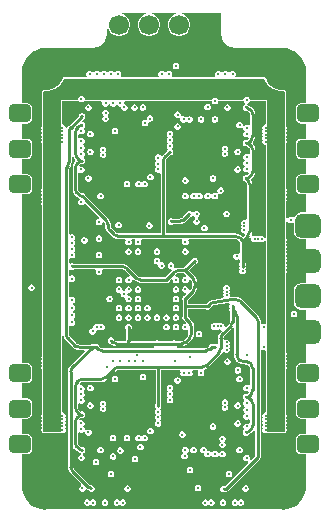
<source format=gbr>
G04*
G04 #@! TF.GenerationSoftware,Altium Limited,Altium Designer,24.8.2 (39)*
G04*
G04 Layer_Physical_Order=2*
G04 Layer_Color=36540*
%FSLAX25Y25*%
%MOIN*%
G70*
G04*
G04 #@! TF.SameCoordinates,487F02F3-95FA-4862-9DB4-007DCD7F3BB9*
G04*
G04*
G04 #@! TF.FilePolarity,Positive*
G04*
G01*
G75*
%ADD71C,0.00984*%
%ADD75C,0.00984*%
%ADD85R,0.06693X0.06693*%
%ADD86C,0.06693*%
G04:AMPARAMS|DCode=88|XSize=86.61mil|YSize=78.74mil|CornerRadius=19.68mil|HoleSize=0mil|Usage=FLASHONLY|Rotation=0.000|XOffset=0mil|YOffset=0mil|HoleType=Round|Shape=RoundedRectangle|*
%AMROUNDEDRECTD88*
21,1,0.08661,0.03937,0,0,0.0*
21,1,0.04724,0.07874,0,0,0.0*
1,1,0.03937,0.02362,-0.01968*
1,1,0.03937,-0.02362,-0.01968*
1,1,0.03937,-0.02362,0.01968*
1,1,0.03937,0.02362,0.01968*
%
%ADD88ROUNDEDRECTD88*%
G04:AMPARAMS|DCode=89|XSize=74.8mil|YSize=59.06mil|CornerRadius=14.76mil|HoleSize=0mil|Usage=FLASHONLY|Rotation=0.000|XOffset=0mil|YOffset=0mil|HoleType=Round|Shape=RoundedRectangle|*
%AMROUNDEDRECTD89*
21,1,0.07480,0.02953,0,0,0.0*
21,1,0.04528,0.05906,0,0,0.0*
1,1,0.02953,0.02264,-0.01476*
1,1,0.02953,-0.02264,-0.01476*
1,1,0.02953,-0.02264,0.01476*
1,1,0.02953,0.02264,0.01476*
%
%ADD89ROUNDEDRECTD89*%
G36*
X70227Y162205D02*
X70241Y162171D01*
X70392Y161023D01*
X70848Y159921D01*
X71574Y158976D01*
X72520Y158250D01*
X73621Y157794D01*
X74769Y157643D01*
X74803Y157629D01*
X90551D01*
X90624Y157659D01*
X92124Y157511D01*
X93635Y157053D01*
X95029Y156308D01*
X96250Y155305D01*
X97253Y154084D01*
X97997Y152691D01*
X98456Y151179D01*
X98604Y149679D01*
X98573Y149606D01*
Y139210D01*
X96949D01*
X96219Y139065D01*
X95601Y138651D01*
X95187Y138033D01*
X95042Y137303D01*
Y134350D01*
X95187Y133621D01*
X95601Y133002D01*
X96219Y132589D01*
X96949Y132444D01*
X98573D01*
Y127399D01*
X96949D01*
X96219Y127254D01*
X95601Y126840D01*
X95187Y126222D01*
X95042Y125492D01*
Y122539D01*
X95187Y121810D01*
X95601Y121191D01*
X96219Y120778D01*
X96949Y120633D01*
X98573D01*
Y115588D01*
X96949D01*
X96219Y115443D01*
X95601Y115029D01*
X95187Y114411D01*
X95042Y113681D01*
Y110728D01*
X95187Y109999D01*
X95601Y109380D01*
X96219Y108967D01*
X96949Y108822D01*
X98573D01*
Y102802D01*
X96850D01*
X95929Y102619D01*
X95147Y102097D01*
X94625Y101315D01*
X94625Y101314D01*
X94082Y101149D01*
X93984Y101248D01*
X93586Y101412D01*
X93156D01*
X92758Y101248D01*
X92462Y100951D01*
X92415Y100952D01*
X91962Y101062D01*
Y106515D01*
X92028Y106674D01*
Y107105D01*
X91962Y107264D01*
Y107696D01*
X92028Y107855D01*
Y108286D01*
X91962Y108446D01*
Y108877D01*
X92028Y109037D01*
Y109467D01*
X91962Y109627D01*
Y110058D01*
X92028Y110218D01*
Y110648D01*
X91962Y110808D01*
Y126003D01*
X92028Y126163D01*
Y126593D01*
X91962Y126753D01*
Y127184D01*
X92028Y127344D01*
Y127774D01*
X91962Y127934D01*
Y128366D01*
X92028Y128525D01*
Y128955D01*
X91962Y129115D01*
Y129547D01*
X92028Y129706D01*
Y130137D01*
X91962Y130296D01*
Y130728D01*
X92028Y130887D01*
Y131318D01*
X91962Y131477D01*
Y141732D01*
Y143008D01*
X91953Y143029D01*
X91960Y143050D01*
X91892Y143177D01*
X91837Y143310D01*
X91816Y143318D01*
X91806Y143338D01*
X91442Y143637D01*
X91304Y143678D01*
X91172Y143733D01*
X89973D01*
X88838Y143959D01*
X87769Y144402D01*
X86807Y145044D01*
X85989Y145862D01*
X85347Y146824D01*
X85024Y147604D01*
X84964Y147664D01*
X84931Y147742D01*
X84853Y147775D01*
X84793Y147835D01*
X84708D01*
X84630Y147867D01*
X75253D01*
X75138Y148007D01*
X74980Y148367D01*
X75099Y148653D01*
Y149084D01*
X74934Y149482D01*
X74629Y149786D01*
X74231Y149951D01*
X73801D01*
X73403Y149786D01*
X73098Y149482D01*
X72571D01*
X72266Y149786D01*
X71868Y149951D01*
X71438D01*
X71040Y149786D01*
X70735Y149482D01*
X70209D01*
X69904Y149786D01*
X69507Y149951D01*
X69076D01*
X68678Y149786D01*
X68373Y149482D01*
X68208Y149084D01*
Y148653D01*
X68327Y148367D01*
X68169Y148007D01*
X68054Y147867D01*
X53992D01*
X53878Y148007D01*
X53720Y148367D01*
X53838Y148653D01*
Y149084D01*
X53673Y149482D01*
X53369Y149786D01*
X52971Y149951D01*
X52540D01*
X52142Y149786D01*
X51838Y149482D01*
X51311D01*
X51007Y149786D01*
X50609Y149951D01*
X50178D01*
X49780Y149786D01*
X49476Y149482D01*
X49311Y149084D01*
Y148653D01*
X49429Y148367D01*
X49272Y148007D01*
X49156Y147867D01*
X37064D01*
X36949Y148007D01*
X36791Y148367D01*
X36910Y148653D01*
Y149084D01*
X36745Y149482D01*
X36440Y149786D01*
X36042Y149951D01*
X35612D01*
X35214Y149786D01*
X34909Y149482D01*
X34383D01*
X34078Y149786D01*
X33680Y149951D01*
X33250D01*
X32852Y149786D01*
X32547Y149482D01*
X32020D01*
X31715Y149786D01*
X31317Y149951D01*
X30887D01*
X30489Y149786D01*
X30184Y149482D01*
X29659D01*
X29354Y149786D01*
X28956Y149951D01*
X28526D01*
X28128Y149786D01*
X27823Y149482D01*
X27296D01*
X26991Y149786D01*
X26593Y149951D01*
X26163D01*
X25765Y149786D01*
X25460Y149482D01*
X25295Y149084D01*
Y148653D01*
X25414Y148367D01*
X25256Y148007D01*
X25141Y147867D01*
X17732D01*
X17654Y147835D01*
X17569D01*
X17509Y147775D01*
X17431Y147742D01*
X17399Y147664D01*
X17339Y147604D01*
X17016Y146824D01*
X16373Y145862D01*
X15555Y145044D01*
X14593Y144402D01*
X13524Y143959D01*
X12389Y143733D01*
X11191D01*
X11058Y143678D01*
X10920Y143637D01*
X10556Y143338D01*
X10546Y143318D01*
X10525Y143310D01*
X10470Y143177D01*
X10403Y143050D01*
X10409Y143029D01*
X10401Y143008D01*
Y140354D01*
Y131477D01*
X10335Y131318D01*
Y130887D01*
X10401Y130728D01*
Y130296D01*
X10335Y130137D01*
Y129706D01*
X10401Y129547D01*
Y129115D01*
X10335Y128955D01*
Y128525D01*
X10401Y128366D01*
Y127934D01*
X10335Y127774D01*
Y127344D01*
X10401Y127184D01*
Y126753D01*
X10335Y126593D01*
Y126163D01*
X10401Y126003D01*
Y110808D01*
X10335Y110648D01*
Y110218D01*
X10401Y110058D01*
Y109627D01*
X10335Y109467D01*
Y109037D01*
X10401Y108877D01*
Y108446D01*
X10335Y108286D01*
Y107855D01*
X10401Y107696D01*
Y107264D01*
X10335Y107105D01*
Y106674D01*
X10401Y106515D01*
Y106083D01*
X10335Y105924D01*
Y105493D01*
X10401Y105334D01*
Y54902D01*
X10335Y54743D01*
Y54312D01*
X10401Y54153D01*
Y53721D01*
X10335Y53562D01*
Y53131D01*
X10401Y52972D01*
Y52540D01*
X10335Y52381D01*
Y51950D01*
X10401Y51791D01*
Y51359D01*
X10335Y51200D01*
Y50769D01*
X10401Y50610D01*
Y35414D01*
X10335Y35255D01*
Y34824D01*
X10401Y34665D01*
Y34233D01*
X10335Y34074D01*
Y33643D01*
X10401Y33484D01*
Y33052D01*
X10335Y32893D01*
Y32462D01*
X10401Y32302D01*
Y31871D01*
X10335Y31711D01*
Y31281D01*
X10401Y31121D01*
Y30690D01*
X10335Y30530D01*
Y30100D01*
X10401Y29940D01*
Y29724D01*
X10525Y29423D01*
X10827Y29298D01*
X11043D01*
X11202Y29232D01*
X11633D01*
X11792Y29298D01*
X12224D01*
X12383Y29232D01*
X12814D01*
X12973Y29298D01*
X13405D01*
X13564Y29232D01*
X13995D01*
X14154Y29298D01*
X14586D01*
X14745Y29232D01*
X15176D01*
X15335Y29298D01*
X15767D01*
X15926Y29232D01*
X16357D01*
X16516Y29298D01*
X16732D01*
X16840Y29343D01*
X17108Y29232D01*
X17538D01*
X17936Y29397D01*
X18241Y29702D01*
X18406Y30100D01*
Y30530D01*
X18250Y30906D01*
X18406Y31281D01*
Y31711D01*
X18250Y32087D01*
X18406Y32462D01*
Y32893D01*
X18250Y33268D01*
X18406Y33643D01*
Y34074D01*
X18250Y34449D01*
X18406Y34824D01*
Y35255D01*
X18241Y35653D01*
X17936Y35957D01*
X17538Y36122D01*
X17158D01*
Y50610D01*
X17224Y50769D01*
Y51200D01*
X17158Y51359D01*
Y51791D01*
X17224Y51950D01*
Y52381D01*
X17158Y52540D01*
Y52972D01*
X17224Y53131D01*
Y53562D01*
X17158Y53721D01*
Y54153D01*
X17224Y54312D01*
Y54743D01*
X17158Y54902D01*
Y61707D01*
X17658Y61739D01*
X17692Y61488D01*
X17979Y60793D01*
X18432Y60203D01*
X18435Y60206D01*
X18438Y60206D01*
X20836Y57808D01*
X20836Y57805D01*
X20833Y57802D01*
X21423Y57349D01*
X22118Y57062D01*
X22863Y56964D01*
Y56971D01*
X24529D01*
X24720Y56509D01*
X20013Y51802D01*
X20009Y51802D01*
X20007Y51805D01*
X19554Y51215D01*
X19266Y50520D01*
X19168Y49775D01*
X19176D01*
Y17941D01*
X19168D01*
X19266Y17196D01*
X19554Y16502D01*
X20007Y15912D01*
X20009Y15915D01*
X20013Y15915D01*
X23556Y12371D01*
X23437Y11783D01*
X23344Y11745D01*
X23039Y11440D01*
X22874Y11042D01*
Y10611D01*
X23039Y10214D01*
X23344Y9909D01*
X23742Y9744D01*
X24172D01*
X24570Y9909D01*
X24875Y10214D01*
X24915Y10312D01*
X25502Y10492D01*
X25768Y10287D01*
X26124Y10140D01*
X26355Y9909D01*
X26753Y9744D01*
X27184D01*
X27582Y9909D01*
X27886Y10214D01*
X28051Y10611D01*
Y11042D01*
X27886Y11440D01*
X27582Y11745D01*
X27184Y11909D01*
X26915D01*
X26467Y12034D01*
X26467Y12034D01*
X26448Y12034D01*
X21630Y16852D01*
X21301Y17199D01*
X21062Y17601D01*
X20994Y17941D01*
X20982D01*
Y23809D01*
X21482Y23979D01*
X21586Y23843D01*
X22183Y23386D01*
X22370Y23308D01*
X22423Y23269D01*
X22880Y23059D01*
X22901Y23009D01*
X23206Y22704D01*
X23377Y22633D01*
X23391Y22397D01*
X23327Y22113D01*
X23009Y21981D01*
X22704Y21676D01*
X22539Y21278D01*
Y20848D01*
X22704Y20450D01*
X23009Y20145D01*
X23407Y19980D01*
X23837D01*
X24235Y20145D01*
X24540Y20450D01*
X24705Y20848D01*
Y21278D01*
X24540Y21676D01*
X24235Y21981D01*
X24064Y22052D01*
X24050Y22288D01*
X24114Y22572D01*
X24432Y22704D01*
X24737Y23009D01*
X24902Y23407D01*
Y23837D01*
X24737Y24235D01*
X24432Y24540D01*
X24034Y24705D01*
X23626D01*
X23177Y24911D01*
X23186Y24928D01*
X22877Y25134D01*
X22649Y25476D01*
X22569Y25879D01*
X22557D01*
Y29339D01*
X22824Y29490D01*
X23057Y29574D01*
X23407Y29429D01*
X23837D01*
X24235Y29594D01*
X24414Y29772D01*
X24902Y29565D01*
Y29312D01*
X25066Y28914D01*
X25371Y28610D01*
X25769Y28445D01*
X26200D01*
X26597Y28610D01*
X26902Y28914D01*
X27067Y29312D01*
Y29743D01*
X26902Y30141D01*
X26597Y30445D01*
X26200Y30610D01*
X25769D01*
X25371Y30445D01*
X25192Y30267D01*
X24705Y30475D01*
Y30727D01*
X24540Y31125D01*
X24496Y31169D01*
X24279Y31496D01*
X24496Y31823D01*
X24540Y31867D01*
X24705Y32265D01*
Y32696D01*
X24540Y33094D01*
X24235Y33398D01*
X23837Y33563D01*
X23407D01*
X23176Y33467D01*
X23130Y33524D01*
X22876Y33918D01*
X22876Y33937D01*
X23381Y34442D01*
X23604Y34350D01*
X24034D01*
X24432Y34515D01*
X24737Y34820D01*
X24902Y35218D01*
Y35648D01*
X24737Y36046D01*
X24432Y36351D01*
X24034Y36516D01*
X23604D01*
X23381Y36424D01*
X23206Y36599D01*
X22876Y36947D01*
X22637Y37348D01*
X22569Y37690D01*
X22557D01*
Y38985D01*
X22824Y39135D01*
X23057Y39220D01*
X23407Y39075D01*
X23837D01*
X24235Y39240D01*
X24540Y39544D01*
X24705Y39942D01*
Y40373D01*
X24540Y40771D01*
X24496Y40815D01*
X24279Y41142D01*
X24496Y41468D01*
X24540Y41513D01*
X24705Y41911D01*
Y42341D01*
X24540Y42739D01*
X24496Y42784D01*
X24279Y43110D01*
X24496Y43437D01*
X24540Y43481D01*
X24705Y43879D01*
Y44310D01*
X24540Y44708D01*
X24235Y45012D01*
X23837Y45177D01*
X23407D01*
X22878Y45487D01*
X22872Y45505D01*
X22909Y45746D01*
X23029Y45873D01*
X23235Y46067D01*
X23463Y46220D01*
X23604Y46161D01*
X24034D01*
X24432Y46326D01*
X24447Y46341D01*
X30287D01*
Y46334D01*
X31032Y46432D01*
X31727Y46719D01*
X32316Y47172D01*
X32313Y47175D01*
X32314Y47178D01*
X34765Y49629D01*
X35113Y49959D01*
X35514Y50198D01*
X35855Y50266D01*
Y50278D01*
X48339D01*
Y39013D01*
X48324Y38999D01*
X48160Y38601D01*
Y38170D01*
X48324Y37772D01*
X48368Y37728D01*
X48585Y37402D01*
X48368Y37075D01*
X48324Y37031D01*
X48160Y36633D01*
Y36202D01*
X48324Y35804D01*
X48369Y35760D01*
X48585Y35433D01*
X48369Y35106D01*
X48324Y35062D01*
X48160Y34664D01*
Y34233D01*
X48324Y33835D01*
X48368Y33791D01*
X48585Y33465D01*
X48368Y33138D01*
X48324Y33094D01*
X48160Y32696D01*
Y32265D01*
X48324Y31867D01*
X48629Y31563D01*
X49027Y31398D01*
X49458D01*
X49856Y31563D01*
X50160Y31867D01*
X50325Y32265D01*
Y32696D01*
X50160Y33094D01*
X50116Y33138D01*
X49899Y33465D01*
X50116Y33791D01*
X50160Y33835D01*
X50325Y34233D01*
Y34664D01*
X50160Y35062D01*
X50116Y35106D01*
X49900Y35433D01*
X50116Y35760D01*
X50160Y35804D01*
X50325Y36202D01*
Y36633D01*
X50160Y37031D01*
X50116Y37075D01*
X49899Y37402D01*
X50116Y37728D01*
X50160Y37772D01*
X50325Y38170D01*
Y38601D01*
X50160Y38999D01*
X50145Y39013D01*
Y50278D01*
X56504D01*
X56655Y50011D01*
X56739Y49778D01*
X56595Y49428D01*
Y48997D01*
X56759Y48599D01*
X57064Y48295D01*
X57462Y48130D01*
X57893D01*
X58290Y48295D01*
X58335Y48339D01*
X58661Y48555D01*
X58988Y48339D01*
X59032Y48295D01*
X59430Y48130D01*
X59861D01*
X60259Y48295D01*
X60563Y48599D01*
X60728Y48997D01*
Y49428D01*
X60583Y49778D01*
X60668Y50011D01*
X60819Y50278D01*
X62410D01*
X62560Y50011D01*
X62645Y49778D01*
X62500Y49428D01*
Y48997D01*
X62665Y48599D01*
X62969Y48295D01*
X63367Y48130D01*
X63798D01*
X64196Y48295D01*
X64500Y48599D01*
X64665Y48997D01*
Y49428D01*
X64500Y49826D01*
X64466Y49860D01*
X64478Y50059D01*
X64615Y50418D01*
X65191Y50656D01*
X65781Y51109D01*
X65778Y51112D01*
X65778Y51115D01*
X70144Y55481D01*
X70148Y55482D01*
X70151Y55479D01*
X70604Y56069D01*
X70685Y56265D01*
X70777Y56308D01*
X71259Y56344D01*
X71434Y56169D01*
X71832Y56004D01*
X72263D01*
X72660Y56169D01*
X72965Y56473D01*
X73130Y56871D01*
Y57302D01*
X72974Y57677D01*
X73130Y58052D01*
Y58483D01*
X72974Y58858D01*
X73130Y59233D01*
Y59664D01*
X72965Y60062D01*
X72660Y60367D01*
X72263Y60532D01*
X71832D01*
X71482Y60387D01*
X71335Y60440D01*
X70994Y60799D01*
X71062Y61140D01*
X71301Y61541D01*
X71630Y61888D01*
X73990Y64249D01*
X74345Y64157D01*
X74490Y64057D01*
X74490Y55406D01*
X74483D01*
X74581Y54661D01*
X74869Y53967D01*
X75276Y53436D01*
X75326Y53371D01*
X75620Y53079D01*
X75620Y53079D01*
X76211Y52625D01*
X76905Y52337D01*
X77650Y52239D01*
X77650Y52239D01*
X78116Y52155D01*
X78328Y52067D01*
X78759D01*
X78898Y52125D01*
X79121Y51976D01*
X79340Y51771D01*
X79533Y51565D01*
X79713Y51296D01*
X79793Y50893D01*
X79805D01*
Y45464D01*
X79538Y45314D01*
X79305Y45229D01*
X78956Y45374D01*
X78525D01*
X78127Y45209D01*
X77822Y44905D01*
X77658Y44507D01*
Y44076D01*
X77822Y43678D01*
X78127Y43374D01*
X78525Y43209D01*
X78956D01*
X79186Y43304D01*
X79233Y43248D01*
X79486Y42853D01*
X79486Y42835D01*
X78981Y42329D01*
X78759Y42421D01*
X78328D01*
X77930Y42256D01*
X77626Y41952D01*
X77461Y41554D01*
Y41123D01*
X77626Y40725D01*
X77867Y40484D01*
X77929Y40389D01*
X77920Y39884D01*
X77822Y39786D01*
X77658Y39389D01*
Y38958D01*
X77822Y38560D01*
X77977Y38405D01*
X78075Y38091D01*
X77977Y37776D01*
X77822Y37621D01*
X77658Y37223D01*
Y36792D01*
X77822Y36395D01*
X77977Y36240D01*
X78075Y35925D01*
X77977Y35611D01*
X77822Y35456D01*
X77658Y35058D01*
Y34627D01*
X77822Y34229D01*
X78127Y33925D01*
X78525Y33760D01*
X78956D01*
X79305Y33905D01*
X79538Y33820D01*
X79805Y33670D01*
Y32669D01*
X79538Y32518D01*
X79305Y32434D01*
X78956Y32579D01*
X78525D01*
X78127Y32414D01*
X77822Y32109D01*
X77658Y31711D01*
Y31281D01*
X77822Y30883D01*
X77930Y30445D01*
X77626Y30141D01*
X77461Y29743D01*
Y29312D01*
X77626Y28914D01*
X77930Y28610D01*
X78328Y28445D01*
X78759D01*
X79157Y28610D01*
X79461Y28914D01*
X79482Y28965D01*
X79939Y29175D01*
X79992Y29214D01*
X80180Y29291D01*
X80776Y29749D01*
X81077Y30141D01*
X81577Y29972D01*
Y21662D01*
X80221Y20306D01*
X79797Y20589D01*
X79823Y20651D01*
Y21081D01*
X79658Y21479D01*
X79353Y21784D01*
X78956Y21949D01*
X78525D01*
X78127Y21784D01*
X77822Y21479D01*
X77658Y21081D01*
Y20651D01*
X77822Y20253D01*
X78127Y19948D01*
X78525Y19783D01*
X78956D01*
X79017Y19809D01*
X79300Y19385D01*
X71526Y11610D01*
X71278Y11713D01*
X70848D01*
X70450Y11548D01*
X70145Y11243D01*
X69980Y10845D01*
Y10415D01*
X70145Y10017D01*
X70450Y9712D01*
X70848Y9547D01*
X71278D01*
X71676Y9712D01*
X71691Y9727D01*
X71822D01*
X72168Y9796D01*
X72461Y9991D01*
X83119Y20649D01*
X83315Y20942D01*
X83384Y21288D01*
Y56898D01*
X83651Y57049D01*
X83884Y57133D01*
X84233Y56988D01*
X84664D01*
X84704Y57005D01*
X85204Y56670D01*
Y56083D01*
X85138Y55924D01*
Y55493D01*
X85204Y55334D01*
Y54902D01*
X85138Y54743D01*
Y54312D01*
X85204Y54153D01*
Y53721D01*
X85138Y53562D01*
Y53131D01*
X85204Y52972D01*
Y52540D01*
X85138Y52381D01*
Y51950D01*
X85204Y51791D01*
Y51359D01*
X85138Y51200D01*
Y50769D01*
X85204Y50610D01*
Y36122D01*
X84824D01*
X84426Y35957D01*
X84122Y35653D01*
X83957Y35255D01*
Y34824D01*
X84112Y34449D01*
X83957Y34074D01*
Y33643D01*
X84112Y33268D01*
X83957Y32893D01*
Y32462D01*
X84112Y32087D01*
X83957Y31711D01*
Y31281D01*
X84112Y30906D01*
X83957Y30530D01*
Y30100D01*
X84122Y29702D01*
X84426Y29397D01*
X84824Y29232D01*
X85255D01*
X85522Y29343D01*
X85630Y29298D01*
X85846D01*
X86005Y29232D01*
X86436D01*
X86595Y29298D01*
X87027D01*
X87186Y29232D01*
X87617D01*
X87776Y29298D01*
X88208D01*
X88367Y29232D01*
X88798D01*
X88957Y29298D01*
X89389D01*
X89548Y29232D01*
X89979D01*
X90138Y29298D01*
X90570D01*
X90729Y29232D01*
X91160D01*
X91320Y29298D01*
X91535D01*
X91837Y29423D01*
X91962Y29724D01*
Y29940D01*
X92027Y30100D01*
Y30530D01*
X91962Y30690D01*
Y31121D01*
X92027Y31281D01*
Y31711D01*
X91962Y31871D01*
Y32302D01*
X92027Y32462D01*
Y32893D01*
X91962Y33052D01*
Y33484D01*
X92027Y33643D01*
Y34074D01*
X91962Y34233D01*
Y34665D01*
X92027Y34824D01*
Y35255D01*
X91962Y35414D01*
Y50610D01*
X92028Y50769D01*
Y51200D01*
X91962Y51359D01*
Y51791D01*
X92028Y51950D01*
Y52381D01*
X91962Y52540D01*
Y52972D01*
X92028Y53131D01*
Y53562D01*
X91962Y53721D01*
Y54153D01*
X92028Y54312D01*
Y54743D01*
X91962Y54902D01*
Y55334D01*
X92028Y55493D01*
Y55924D01*
X91962Y56083D01*
Y82696D01*
X92027Y82855D01*
Y83286D01*
X91962Y83446D01*
Y83877D01*
X92027Y84037D01*
Y84467D01*
X91962Y84627D01*
Y85058D01*
X92027Y85218D01*
Y85648D01*
X91962Y85808D01*
Y86239D01*
X92027Y86399D01*
Y86830D01*
X91962Y86989D01*
Y87421D01*
X92027Y87580D01*
Y88011D01*
X91962Y88170D01*
Y88602D01*
X92027Y88761D01*
Y89192D01*
X91962Y89351D01*
Y89783D01*
X92027Y89942D01*
Y90373D01*
X91962Y90532D01*
Y90964D01*
X92027Y91123D01*
Y91554D01*
X91962Y91713D01*
Y92145D01*
X92027Y92304D01*
Y92735D01*
X91962Y92894D01*
Y93326D01*
X92027Y93485D01*
Y93916D01*
X91962Y94075D01*
Y99597D01*
X92415Y99707D01*
X92462Y99708D01*
X92758Y99412D01*
X93156Y99247D01*
X93586D01*
X93942Y99394D01*
X94157Y99317D01*
X94442Y99162D01*
Y96457D01*
X94625Y95535D01*
X95147Y94754D01*
X95929Y94231D01*
X96850Y94048D01*
X98573D01*
Y79180D01*
X96850D01*
X95929Y78997D01*
X95147Y78475D01*
X94625Y77693D01*
X94442Y76772D01*
Y72835D01*
X94625Y71913D01*
X95147Y71132D01*
X95929Y70609D01*
X96850Y70426D01*
X98573D01*
Y52596D01*
X96949D01*
X96219Y52451D01*
X95601Y52037D01*
X95187Y51419D01*
X95042Y50689D01*
Y47736D01*
X95187Y47007D01*
X95601Y46388D01*
X96219Y45975D01*
X96949Y45829D01*
X98573D01*
Y40785D01*
X96949D01*
X96219Y40639D01*
X95601Y40226D01*
X95187Y39608D01*
X95042Y38878D01*
Y35925D01*
X95187Y35195D01*
X95601Y34577D01*
X96219Y34164D01*
X96949Y34018D01*
X98573D01*
Y28974D01*
X96949D01*
X96219Y28828D01*
X95601Y28415D01*
X95187Y27797D01*
X95042Y27067D01*
Y24114D01*
X95187Y23384D01*
X95601Y22766D01*
X96219Y22353D01*
X96949Y22208D01*
X98573D01*
Y11811D01*
X98604Y11738D01*
X98456Y10239D01*
X97997Y8727D01*
X97253Y7333D01*
X96250Y6112D01*
X95029Y5110D01*
X93635Y4365D01*
X92124Y3906D01*
X90624Y3759D01*
X90551Y3789D01*
X11811D01*
X11738Y3759D01*
X10239Y3906D01*
X8727Y4365D01*
X7333Y5110D01*
X6112Y6112D01*
X5110Y7333D01*
X4365Y8727D01*
X3906Y10239D01*
X3759Y11738D01*
X3789Y11811D01*
Y22208D01*
X5413D01*
X6143Y22353D01*
X6762Y22766D01*
X7175Y23384D01*
X7320Y24114D01*
Y27067D01*
X7175Y27797D01*
X6762Y28415D01*
X6143Y28828D01*
X5413Y28974D01*
X3789D01*
Y34018D01*
X5413D01*
X6143Y34164D01*
X6762Y34577D01*
X7175Y35195D01*
X7320Y35925D01*
Y38878D01*
X7175Y39608D01*
X6762Y40226D01*
X6143Y40639D01*
X5413Y40785D01*
X3789D01*
Y45829D01*
X5413D01*
X6143Y45975D01*
X6762Y46388D01*
X7175Y47007D01*
X7320Y47736D01*
Y50689D01*
X7175Y51419D01*
X6762Y52037D01*
X6143Y52451D01*
X5413Y52596D01*
X3789D01*
Y108822D01*
X5413D01*
X6143Y108967D01*
X6762Y109380D01*
X7175Y109999D01*
X7320Y110728D01*
Y113681D01*
X7175Y114411D01*
X6762Y115029D01*
X6143Y115443D01*
X5413Y115588D01*
X3789D01*
Y120633D01*
X5413D01*
X6143Y120778D01*
X6762Y121191D01*
X7175Y121810D01*
X7320Y122539D01*
Y125492D01*
X7175Y126222D01*
X6762Y126840D01*
X6143Y127254D01*
X5413Y127399D01*
X3789D01*
Y132444D01*
X5413D01*
X6143Y132589D01*
X6762Y133002D01*
X7175Y133621D01*
X7320Y134350D01*
Y137303D01*
X7175Y138033D01*
X6762Y138651D01*
X6143Y139065D01*
X5413Y139210D01*
X3789D01*
Y149606D01*
X3759Y149679D01*
X3906Y151179D01*
X4365Y152691D01*
X5110Y154084D01*
X6112Y155305D01*
X7333Y156308D01*
X8727Y157053D01*
X10239Y157511D01*
X11738Y157659D01*
X11811Y157629D01*
X27559D01*
X27593Y157643D01*
X28741Y157794D01*
X29842Y158250D01*
X30788Y158976D01*
X31514Y159921D01*
X31970Y161023D01*
X32121Y162171D01*
X32135Y162205D01*
Y164071D01*
X32635Y164137D01*
X32696Y163911D01*
X33188Y163058D01*
X33885Y162362D01*
X34738Y161869D01*
X35689Y161614D01*
X36674D01*
X37625Y161869D01*
X38478Y162362D01*
X39174Y163058D01*
X39666Y163911D01*
X39921Y164862D01*
Y165847D01*
X39666Y166798D01*
X39174Y167651D01*
X38478Y168347D01*
X37625Y168840D01*
X37252Y168939D01*
X37318Y169439D01*
X45045D01*
X45110Y168939D01*
X44737Y168840D01*
X43885Y168347D01*
X43188Y167651D01*
X42696Y166798D01*
X42441Y165847D01*
Y164862D01*
X42696Y163911D01*
X43188Y163058D01*
X43885Y162362D01*
X44737Y161869D01*
X45689Y161614D01*
X46674D01*
X47625Y161869D01*
X48478Y162362D01*
X49174Y163058D01*
X49666Y163911D01*
X49921Y164862D01*
Y165847D01*
X49666Y166798D01*
X49174Y167651D01*
X48478Y168347D01*
X47625Y168840D01*
X47252Y168939D01*
X47318Y169439D01*
X55045D01*
X55110Y168939D01*
X54738Y168840D01*
X53885Y168347D01*
X53188Y167651D01*
X52696Y166798D01*
X52441Y165847D01*
Y164862D01*
X52696Y163911D01*
X53188Y163058D01*
X53885Y162362D01*
X54738Y161869D01*
X55689Y161614D01*
X56674D01*
X57625Y161869D01*
X58478Y162362D01*
X59174Y163058D01*
X59666Y163911D01*
X59921Y164862D01*
Y165847D01*
X59666Y166798D01*
X59174Y167651D01*
X58478Y168347D01*
X57625Y168840D01*
X57252Y168939D01*
X57318Y169439D01*
X70227D01*
Y162205D01*
D02*
G37*
G36*
X24705Y139928D02*
X30292D01*
X30627Y139428D01*
X30610Y139389D01*
Y138958D01*
X30775Y138560D01*
X31080Y138255D01*
X31478Y138091D01*
X31908D01*
X32306Y138255D01*
X32611Y138560D01*
X32710Y138799D01*
X33237D01*
X33336Y138560D01*
X33641Y138255D01*
X34039Y138091D01*
X34470D01*
X34868Y138255D01*
X35172Y138560D01*
X35696D01*
X36001Y138255D01*
X36399Y138091D01*
X36448D01*
X36841Y138022D01*
X36909Y137629D01*
Y137580D01*
X37074Y137182D01*
X37379Y136877D01*
X37777Y136713D01*
X38208D01*
X38605Y136877D01*
X38910Y137182D01*
X39075Y137580D01*
Y138011D01*
X38910Y138409D01*
X38605Y138713D01*
X38208Y138878D01*
X38159D01*
X37765Y138946D01*
X37697Y139340D01*
Y139389D01*
X37680Y139428D01*
X38015Y139928D01*
X67028D01*
Y139745D01*
X67192Y139347D01*
X67497Y139043D01*
X67895Y138878D01*
X68326D01*
X68723Y139043D01*
X69028Y139347D01*
X69193Y139745D01*
Y139928D01*
X77658D01*
X77732Y139959D01*
X77822Y139741D01*
X78127Y139436D01*
X78298Y139366D01*
X78312Y139129D01*
X78248Y138845D01*
X77930Y138713D01*
X77626Y138409D01*
X77461Y138011D01*
Y137580D01*
X77626Y137182D01*
X77930Y136877D01*
X78328Y136713D01*
X78736D01*
X79185Y136506D01*
X79185Y136506D01*
X79177Y136489D01*
X79485Y136283D01*
X79713Y135941D01*
X79793Y135538D01*
X79805D01*
Y132078D01*
X79538Y131928D01*
X79305Y131843D01*
X78956Y131988D01*
X78525D01*
X78127Y131823D01*
X77948Y131645D01*
X77461Y131853D01*
Y132105D01*
X77296Y132503D01*
X76991Y132808D01*
X76593Y132972D01*
X76163D01*
X75765Y132808D01*
X75460Y132503D01*
X75295Y132105D01*
Y131674D01*
X75460Y131277D01*
X75765Y130972D01*
X76163Y130807D01*
X76593D01*
X76991Y130972D01*
X77170Y131150D01*
X77658Y130943D01*
Y130690D01*
X77822Y130292D01*
X77867Y130248D01*
X78083Y129921D01*
X77867Y129595D01*
X77822Y129550D01*
X77658Y129152D01*
Y128722D01*
X77822Y128324D01*
X78127Y128019D01*
X78525Y127854D01*
X78956D01*
X79186Y127950D01*
X79233Y127894D01*
X79486Y127499D01*
X79486Y127480D01*
X78981Y126975D01*
X78759Y127067D01*
X78328D01*
X77930Y126902D01*
X77626Y126597D01*
X77461Y126200D01*
Y125769D01*
X77626Y125371D01*
X77930Y125066D01*
X78328Y124902D01*
X78749D01*
X79192Y124764D01*
X79195Y124761D01*
X79530Y124404D01*
X79713Y124130D01*
X79793Y123727D01*
X79805D01*
Y122433D01*
X79538Y122282D01*
X79305Y122197D01*
X78956Y122343D01*
X78525D01*
X78127Y122178D01*
X77822Y121873D01*
X77658Y121475D01*
Y121045D01*
X77822Y120647D01*
X77867Y120602D01*
X78083Y120276D01*
X77867Y119949D01*
X77822Y119905D01*
X77658Y119507D01*
Y119076D01*
X77822Y118678D01*
X77867Y118634D01*
X78083Y118307D01*
X77867Y117980D01*
X77822Y117936D01*
X77658Y117538D01*
Y117107D01*
X77822Y116709D01*
X78127Y116405D01*
X78525Y116240D01*
X78956D01*
X79484Y115930D01*
X79522Y115821D01*
X79482Y115723D01*
X79177Y115480D01*
X79177Y115480D01*
Y115480D01*
X78737Y115256D01*
X78328D01*
X77930Y115091D01*
X77626Y114787D01*
X77461Y114389D01*
Y113958D01*
X77626Y113560D01*
X77930Y113255D01*
X78108Y113181D01*
X78500Y112921D01*
X78729Y112580D01*
X78809Y112177D01*
X78821D01*
Y100627D01*
X78321Y100330D01*
X78168Y100394D01*
X77737D01*
X77340Y100229D01*
X77035Y99924D01*
X76870Y99526D01*
Y99096D01*
X77026Y98721D01*
X76870Y98345D01*
Y97915D01*
X77026Y97539D01*
X76870Y97164D01*
Y96733D01*
X77035Y96336D01*
X77340Y96031D01*
X77737Y95866D01*
X77937D01*
X78144Y95366D01*
X77362Y94584D01*
X77001Y94945D01*
X77006Y94950D01*
X76411Y95407D01*
X75717Y95694D01*
X74972Y95792D01*
Y95785D01*
X51887D01*
Y120081D01*
X51900D01*
X51968Y120422D01*
X52207Y120823D01*
X52536Y121170D01*
X53314Y121949D01*
X53335D01*
X53733Y122114D01*
X54037Y122418D01*
X54202Y122816D01*
Y123247D01*
X54037Y123645D01*
X53993Y123689D01*
X53777Y124016D01*
X53993Y124342D01*
X54038Y124387D01*
X54203Y124784D01*
Y125215D01*
X54038Y125613D01*
X53993Y125658D01*
X53777Y125984D01*
X53993Y126311D01*
X54038Y126356D01*
X54203Y126753D01*
Y127184D01*
X54038Y127582D01*
X53994Y127626D01*
X53777Y127953D01*
X53994Y128279D01*
X54038Y128323D01*
X54203Y128721D01*
Y129152D01*
X54038Y129550D01*
X53733Y129855D01*
X53335Y130019D01*
X52905D01*
X52507Y129855D01*
X52202Y129550D01*
X52037Y129152D01*
Y128721D01*
X52202Y128323D01*
X52246Y128279D01*
X52463Y127953D01*
X52246Y127626D01*
X52202Y127582D01*
X52037Y127184D01*
Y126753D01*
X52202Y126356D01*
X52247Y126311D01*
X52463Y125984D01*
X52247Y125658D01*
X52202Y125613D01*
X52037Y125215D01*
Y124784D01*
X52202Y124387D01*
X52246Y124342D01*
X52463Y124015D01*
X52246Y123689D01*
X52202Y123645D01*
X52037Y123247D01*
Y123226D01*
X50918Y122107D01*
X50915Y122107D01*
X50912Y122110D01*
X50659Y121780D01*
X50525Y121752D01*
X50052Y121784D01*
X49856Y121981D01*
X49458Y122146D01*
X49027D01*
X48629Y121981D01*
X48324Y121677D01*
X48160Y121279D01*
Y120848D01*
X48324Y120450D01*
X48369Y120405D01*
X48585Y120079D01*
X48369Y119752D01*
X48324Y119708D01*
X48160Y119310D01*
Y118879D01*
X48324Y118481D01*
X48368Y118437D01*
X48588Y118114D01*
X48368Y117784D01*
X48328Y117744D01*
X48164Y117346D01*
Y116915D01*
X48328Y116517D01*
X48633Y116212D01*
X49031Y116048D01*
X49462D01*
X49581Y116097D01*
X50081Y115781D01*
Y95785D01*
X35855D01*
Y95797D01*
X35452Y95878D01*
X35110Y96106D01*
X35108Y96109D01*
X35101Y96102D01*
X35096Y96102D01*
X35096Y96102D01*
X34030Y97168D01*
X33701Y97516D01*
X33527Y97811D01*
X33396Y98256D01*
Y98256D01*
X33390Y98756D01*
X33391Y98793D01*
X33293Y99538D01*
X33005Y100233D01*
X32555Y100820D01*
X32555D01*
X32547Y100820D01*
X25659Y107764D01*
X25407Y108019D01*
X25407Y108057D01*
X25407Y108057D01*
X25396Y108073D01*
X25321Y108124D01*
X25311Y108113D01*
X24894Y108500D01*
X24737Y108881D01*
X24432Y109186D01*
X24034Y109350D01*
X23626D01*
X23177Y109556D01*
X23186Y109574D01*
X22877Y109780D01*
X22649Y110122D01*
X22569Y110524D01*
X22557D01*
Y115953D01*
X22824Y116104D01*
X23057Y116188D01*
X23407Y116043D01*
X23837D01*
X24235Y116208D01*
X24540Y116513D01*
X24705Y116911D01*
Y117341D01*
X24540Y117739D01*
X24235Y118044D01*
X23837Y118209D01*
X23407D01*
X23176Y118113D01*
X23130Y118169D01*
X22876Y118564D01*
X22876Y118582D01*
X23381Y119088D01*
X23604Y118996D01*
X24034D01*
X24432Y119161D01*
X24737Y119465D01*
X24902Y119863D01*
Y120294D01*
X24737Y120692D01*
X24496Y120933D01*
X24433Y121028D01*
X24443Y121534D01*
X24540Y121631D01*
X24705Y122029D01*
Y122459D01*
X24540Y122857D01*
X24385Y123012D01*
X24287Y123327D01*
X24385Y123641D01*
X24540Y123796D01*
X24705Y124194D01*
Y124625D01*
X24540Y125023D01*
X24385Y125178D01*
X24287Y125492D01*
X24385Y125806D01*
X24540Y125961D01*
X24705Y126359D01*
Y126790D01*
X24540Y127188D01*
X24235Y127493D01*
X23837Y127657D01*
X23407D01*
X23057Y127513D01*
X22824Y127597D01*
X22557Y127748D01*
Y128748D01*
X22824Y128899D01*
X23057Y128984D01*
X23407Y128839D01*
X23837D01*
X24235Y129003D01*
X24540Y129308D01*
X24705Y129706D01*
Y130137D01*
X24540Y130535D01*
X24432Y130972D01*
X24737Y131277D01*
X24902Y131674D01*
Y132105D01*
X24737Y132503D01*
X24432Y132808D01*
X24034Y132972D01*
X24025D01*
X23814Y133423D01*
X24034Y133760D01*
X24432Y133925D01*
X24737Y134229D01*
X24902Y134627D01*
Y135058D01*
X24737Y135456D01*
X24432Y135760D01*
X24034Y135925D01*
X23604D01*
X23206Y135760D01*
X22901Y135456D01*
X22736Y135058D01*
Y135037D01*
X19422Y131723D01*
X19419Y131723D01*
X19416Y131726D01*
X18963Y131136D01*
X18905Y130996D01*
X18406Y131096D01*
Y131318D01*
X18241Y131716D01*
X17936Y132020D01*
X17538Y132185D01*
X17158D01*
Y139928D01*
X22539D01*
X22683Y139988D01*
X22704Y139938D01*
X23009Y139633D01*
X23407Y139469D01*
X23837D01*
X24235Y139633D01*
X24540Y139938D01*
X24561Y139988D01*
X24705Y139928D01*
D02*
G37*
G36*
X79823D02*
X85204D01*
Y132185D01*
X84824D01*
X84426Y132020D01*
X84122Y131716D01*
X83957Y131318D01*
Y130887D01*
X84112Y130512D01*
X83957Y130137D01*
Y129706D01*
X84112Y129331D01*
X83957Y128955D01*
Y128525D01*
X84112Y128150D01*
X83957Y127774D01*
Y127344D01*
X84112Y126969D01*
X83957Y126593D01*
Y126163D01*
X84122Y125765D01*
X84426Y125460D01*
X84824Y125295D01*
X85204D01*
Y110808D01*
X85138Y110648D01*
Y110218D01*
X85204Y110058D01*
Y109627D01*
X85138Y109467D01*
Y109037D01*
X85204Y108877D01*
Y108446D01*
X85138Y108286D01*
Y107855D01*
X85204Y107696D01*
Y107264D01*
X85138Y107105D01*
Y106674D01*
X85204Y106515D01*
Y94503D01*
X84704Y94403D01*
X84619Y94609D01*
X84314Y94914D01*
X83916Y95079D01*
X83485D01*
X83110Y94923D01*
X82735Y95079D01*
X82304D01*
X81929Y94923D01*
X81554Y95079D01*
X81123D01*
X80738Y94919D01*
X80687Y94942D01*
X80320Y95216D01*
X80537Y95740D01*
X80635Y96485D01*
X80628D01*
Y112177D01*
X80635D01*
X80537Y112922D01*
X80249Y113616D01*
X80465Y114156D01*
X80776Y114394D01*
X81233Y114990D01*
X81521Y115685D01*
X81619Y116430D01*
X81612D01*
X81612Y123227D01*
X81619Y123727D01*
X81619D01*
X81521Y124473D01*
X81233Y125167D01*
X80807Y125722D01*
X80792Y125998D01*
X80810Y126249D01*
X81233Y126802D01*
X81521Y127496D01*
X81619Y128241D01*
X81612D01*
X81612Y135038D01*
X81619Y135538D01*
X81619D01*
X81521Y136284D01*
X81233Y136978D01*
X80776Y137574D01*
X80180Y138032D01*
X79992Y138109D01*
X79939Y138148D01*
X79482Y138358D01*
X79461Y138409D01*
X79157Y138713D01*
X78985Y138784D01*
X78971Y139020D01*
X79035Y139305D01*
X79353Y139436D01*
X79658Y139741D01*
X79748Y139959D01*
X79823Y139928D01*
D02*
G37*
G36*
X37163Y83927D02*
X37566Y83847D01*
X37906Y83620D01*
X37915Y83629D01*
X37915Y83629D01*
X39691Y81860D01*
X39681Y81813D01*
X39447Y81398D01*
X39155D01*
X38757Y81233D01*
X38452Y80928D01*
X38287Y80530D01*
Y80100D01*
X38452Y79702D01*
X38757Y79397D01*
X39155Y79232D01*
X39585D01*
X39983Y79397D01*
X40288Y79702D01*
X40453Y80100D01*
Y80396D01*
X40852Y80626D01*
X40915Y80641D01*
X40951Y80605D01*
X41298Y80249D01*
X41299Y80248D01*
X41896Y79790D01*
X42590Y79503D01*
X43335Y79404D01*
Y79412D01*
X48191D01*
X48206Y79397D01*
X48604Y79233D01*
X49034D01*
X49432Y79397D01*
X49447Y79412D01*
X51340D01*
X51355Y79397D01*
X51753Y79233D01*
X52184D01*
X52581Y79397D01*
X52886Y79702D01*
X53051Y80100D01*
Y80121D01*
X53574Y80643D01*
X53643Y80626D01*
X54035Y80398D01*
Y80100D01*
X54200Y79702D01*
X54505Y79397D01*
X54903Y79232D01*
X55334D01*
X55731Y79397D01*
X56036Y79702D01*
X56201Y80100D01*
Y80530D01*
X56036Y80928D01*
X55731Y81233D01*
X55334Y81398D01*
X55035D01*
X54807Y81790D01*
X54790Y81860D01*
X54843Y81913D01*
X55191Y82242D01*
X55592Y82481D01*
X55933Y82549D01*
Y82561D01*
X57894D01*
X58595Y81860D01*
X58579Y81794D01*
X58350Y81398D01*
X58053D01*
X57655Y81233D01*
X57350Y80928D01*
X57185Y80531D01*
Y80100D01*
X57350Y79702D01*
X57655Y79397D01*
X58053Y79233D01*
X58483D01*
X58881Y79397D01*
X59186Y79702D01*
X59351Y80100D01*
Y80397D01*
X59747Y80626D01*
X59813Y80642D01*
X59849Y80606D01*
X60193Y80244D01*
X60422Y79902D01*
X60502Y79500D01*
X60514D01*
X60514Y79500D01*
X60514Y78460D01*
X60502Y77981D01*
D01*
X60403Y77588D01*
X60195Y77239D01*
X59866Y76891D01*
X59813Y76838D01*
X59747Y76854D01*
X59351Y77083D01*
Y77381D01*
X59186Y77778D01*
X58881Y78083D01*
X58483Y78248D01*
X58053D01*
X57655Y78083D01*
X57350Y77778D01*
X57185Y77381D01*
Y76950D01*
X57350Y76552D01*
X57655Y76247D01*
X58053Y76082D01*
X58350D01*
X58579Y75686D01*
X58595Y75621D01*
X58074Y75099D01*
X58053D01*
X57655Y74934D01*
X57350Y74629D01*
X57185Y74231D01*
Y73801D01*
X57350Y73403D01*
X57365Y73388D01*
Y68344D01*
X57350Y68329D01*
X57185Y67931D01*
Y67501D01*
X57350Y67103D01*
X57655Y66798D01*
X58053Y66633D01*
X58074D01*
X58595Y66111D01*
X58579Y66044D01*
X58350Y65650D01*
X58052D01*
X57654Y65485D01*
X57350Y65180D01*
X57185Y64782D01*
Y64352D01*
X57350Y63954D01*
X57654Y63649D01*
X58052Y63484D01*
X58483D01*
X58833Y63629D01*
X59066Y63545D01*
X59333Y63394D01*
Y62233D01*
X59321D01*
X59253Y61892D01*
X59014Y61490D01*
X58684Y61143D01*
X58148Y60607D01*
X57801Y60277D01*
X57399Y60039D01*
X57059Y59971D01*
Y59958D01*
X55155D01*
X55141Y59973D01*
X54743Y60138D01*
X54312D01*
X53914Y59973D01*
X53900Y59958D01*
X49447D01*
X49432Y59973D01*
X49034Y60138D01*
X48603D01*
X48206Y59973D01*
X48191Y59958D01*
X40273D01*
Y63939D01*
X40288Y63954D01*
X40453Y64352D01*
Y64782D01*
X40288Y65180D01*
X39983Y65485D01*
X39585Y65650D01*
X39155D01*
X38757Y65485D01*
X38452Y65180D01*
X38287Y64782D01*
Y64352D01*
X38452Y63954D01*
X38467Y63939D01*
Y59958D01*
X35264D01*
Y59971D01*
X34861Y60051D01*
X34544Y60263D01*
X34382Y60653D01*
X34078Y60957D01*
X33680Y61122D01*
X33249D01*
X32851Y60957D01*
X32547Y60653D01*
X32382Y60255D01*
Y59824D01*
X32547Y59426D01*
X32851Y59122D01*
X33249Y58957D01*
X33269D01*
X33825Y58530D01*
X34519Y58243D01*
X35264Y58145D01*
Y58152D01*
X47806D01*
X47854Y58096D01*
X47622Y57596D01*
X30540D01*
Y57608D01*
X30137Y57689D01*
X29798Y57915D01*
X29536Y58306D01*
X29461Y58487D01*
X29157Y58792D01*
X28759Y58957D01*
X28328D01*
X27953Y58801D01*
X27578Y58957D01*
X27147D01*
X26749Y58792D01*
X26734Y58777D01*
X22863D01*
Y58790D01*
X22522Y58857D01*
X22120Y59096D01*
X21773Y59426D01*
X20056Y61143D01*
X19726Y61490D01*
X19487Y61892D01*
X19420Y62233D01*
X19407D01*
Y64969D01*
X19674Y65120D01*
X19907Y65204D01*
X20257Y65059D01*
X20688D01*
X21086Y65224D01*
X21390Y65528D01*
X21555Y65926D01*
Y66357D01*
X21390Y66755D01*
X21086Y67060D01*
Y67586D01*
X21390Y67891D01*
X21555Y68289D01*
Y68719D01*
X21390Y69117D01*
X21086Y69422D01*
X20853Y69518D01*
Y70049D01*
X21086Y70145D01*
X21390Y70450D01*
X21555Y70848D01*
Y71278D01*
X21390Y71676D01*
X21086Y71981D01*
X20853Y72077D01*
Y72608D01*
X21086Y72704D01*
X21390Y73009D01*
X21555Y73407D01*
Y73837D01*
X21390Y74235D01*
X21086Y74540D01*
X20688Y74705D01*
X20257D01*
X19907Y74560D01*
X19674Y74644D01*
X19407Y74795D01*
Y79536D01*
X19674Y79686D01*
X19907Y79771D01*
X20257Y79626D01*
X20688D01*
X21086Y79791D01*
X21390Y80095D01*
X21555Y80493D01*
Y80924D01*
X21390Y81322D01*
X21086Y81626D01*
X20688Y81791D01*
X20257D01*
X19907Y81646D01*
X19674Y81731D01*
X19407Y81882D01*
Y83670D01*
X19674Y83820D01*
X19907Y83905D01*
X20257Y83760D01*
X20688D01*
X21086Y83925D01*
X21100Y83939D01*
X28212D01*
X28508Y83439D01*
X28445Y83286D01*
Y82855D01*
X28610Y82458D01*
X28914Y82153D01*
X29312Y81988D01*
X29743D01*
X30141Y82153D01*
X30445Y82458D01*
X30610Y82855D01*
Y83286D01*
X30547Y83439D01*
X30843Y83939D01*
X37163D01*
Y83927D01*
D02*
G37*
G36*
X73101Y72271D02*
X73098Y72268D01*
X72933Y71870D01*
Y71439D01*
X73089Y71064D01*
X72933Y70689D01*
Y70258D01*
X73098Y69860D01*
X73113Y69846D01*
Y66366D01*
X73100D01*
X73032Y66026D01*
X72793Y65624D01*
X72464Y65277D01*
X71808Y64621D01*
X71319Y64839D01*
Y65078D01*
X71154Y65475D01*
X70850Y65780D01*
X70452Y65945D01*
X70021D01*
X69646Y65790D01*
X69271Y65945D01*
X68840D01*
X68465Y65790D01*
X68089Y65945D01*
X67659D01*
X67261Y65780D01*
X66956Y65475D01*
X66791Y65078D01*
Y64647D01*
X66956Y64249D01*
X67261Y63944D01*
X67659Y63780D01*
X68089D01*
X68465Y63935D01*
X68840Y63780D01*
X69271D01*
X69646Y63935D01*
X70021Y63780D01*
X70260D01*
X70477Y63290D01*
X70013Y62826D01*
X70009Y62825D01*
X70007Y62828D01*
X69554Y62238D01*
X69266Y61544D01*
X69168Y60799D01*
X69176D01*
Y59149D01*
X69088Y59058D01*
X68676Y58856D01*
X68433Y58957D01*
X68003D01*
X67628Y58801D01*
X67252Y58957D01*
X66822D01*
X66424Y58792D01*
X66119Y58487D01*
X66044Y58307D01*
X65783Y57915D01*
X65443Y57689D01*
X65041Y57608D01*
Y57596D01*
X55725D01*
X55493Y58096D01*
X55540Y58152D01*
X57059D01*
Y58145D01*
X57804Y58243D01*
X58498Y58530D01*
X59088Y58983D01*
X59085Y58986D01*
X59085Y58989D01*
X60302Y60206D01*
X60302Y60206D01*
X60305Y60206D01*
X60308Y60203D01*
X60761Y60793D01*
X61049Y61488D01*
X61147Y62233D01*
X61139D01*
X61139Y64433D01*
X61147Y64933D01*
X61147D01*
X61049Y65678D01*
X60761Y66372D01*
X60303Y66968D01*
X60303Y66968D01*
X59945Y67317D01*
X59351Y67911D01*
Y67931D01*
X59186Y68329D01*
X59171Y68344D01*
Y70553D01*
X65120D01*
X65135Y70539D01*
X65533Y70374D01*
X65963D01*
X66361Y70539D01*
X66666Y70843D01*
X66831Y71241D01*
Y71258D01*
X66854Y71281D01*
X67199Y71612D01*
X67600Y71851D01*
X67777Y71886D01*
X67772Y71918D01*
X72861Y72739D01*
X73101Y72271D01*
D02*
G37*
G36*
X21129Y120896D02*
X21555Y120341D01*
X21569Y120073D01*
X21554Y119816D01*
X21129Y119261D01*
X20841Y118567D01*
X20743Y117822D01*
X20750D01*
Y111022D01*
X20743Y110524D01*
X20743Y110524D01*
X20841Y109779D01*
X21129Y109085D01*
X21586Y108489D01*
X22183Y108031D01*
X22370Y107954D01*
X22423Y107915D01*
X22880Y107705D01*
X22901Y107654D01*
X23009Y107217D01*
X22704Y106913D01*
X22539Y106515D01*
Y106084D01*
X22704Y105686D01*
X23009Y105381D01*
X23407Y105217D01*
X23837D01*
X24235Y105381D01*
X24506Y105652D01*
X24566Y105689D01*
X25109Y105754D01*
X29636Y101189D01*
X29428Y100689D01*
X29312D01*
X28914Y100524D01*
X28610Y100220D01*
X28445Y99822D01*
Y99391D01*
X28610Y98993D01*
X28914Y98689D01*
X29312Y98524D01*
X29743D01*
X30141Y98689D01*
X30445Y98993D01*
X30610Y99391D01*
X31091Y99544D01*
X31259Y99534D01*
X31485Y99196D01*
X31565Y98793D01*
X31577D01*
X31577Y98793D01*
X31577Y98264D01*
X31570Y98256D01*
X31570D01*
X31668Y97511D01*
X31956Y96817D01*
X32405Y96232D01*
X32406Y96233D01*
X32412Y96232D01*
X32412Y96232D01*
X33464Y95180D01*
X33812Y94823D01*
X33819Y94815D01*
X34415Y94357D01*
X35110Y94069D01*
X35855Y93971D01*
Y93979D01*
X38197D01*
X38348Y93712D01*
X38432Y93479D01*
X38287Y93129D01*
Y92698D01*
X38452Y92300D01*
X38757Y91996D01*
X39155Y91831D01*
X39585D01*
X39983Y91996D01*
X40288Y92300D01*
X40453Y92698D01*
Y93129D01*
X40308Y93479D01*
X40392Y93712D01*
X40543Y93979D01*
X41347D01*
X41497Y93712D01*
X41582Y93479D01*
X41437Y93129D01*
Y92698D01*
X41602Y92300D01*
X41906Y91996D01*
X42304Y91831D01*
X42735D01*
X43133Y91996D01*
X43437Y92300D01*
X43602Y92698D01*
Y93129D01*
X43457Y93479D01*
X43542Y93712D01*
X43693Y93979D01*
X57095D01*
X57246Y93711D01*
X57331Y93479D01*
X57185Y93129D01*
Y92698D01*
X57350Y92300D01*
X57655Y91995D01*
X58053Y91830D01*
X58483D01*
X58881Y91995D01*
X59186Y92300D01*
X59351Y92698D01*
Y93129D01*
X59206Y93479D01*
X59290Y93711D01*
X59441Y93979D01*
X74972D01*
Y93966D01*
X75315Y93898D01*
X75716Y93658D01*
X76055Y93324D01*
X76138Y93236D01*
X76138Y93236D01*
X76459Y92869D01*
Y89329D01*
X75974Y89107D01*
X75576Y89272D01*
X75145D01*
X74747Y89107D01*
X74443Y88802D01*
X74278Y88404D01*
Y87974D01*
X74443Y87576D01*
X74747Y87271D01*
X75145Y87106D01*
X75576D01*
X75974Y87271D01*
X76459Y87049D01*
Y86258D01*
X76444Y86243D01*
X76279Y85845D01*
Y85415D01*
X76435Y85039D01*
X76279Y84664D01*
Y84233D01*
X76435Y83858D01*
X76279Y83483D01*
Y83052D01*
X76444Y82654D01*
X76749Y82350D01*
X77147Y82185D01*
X77578D01*
X77975Y82350D01*
X78280Y82654D01*
X78445Y83052D01*
Y83483D01*
X78289Y83858D01*
X78445Y84233D01*
Y84664D01*
X78289Y85039D01*
X78445Y85415D01*
Y85845D01*
X78280Y86243D01*
X78265Y86258D01*
Y92933D01*
X79790Y94458D01*
X79793Y94458D01*
X79796Y94455D01*
X79838Y94509D01*
X80275Y94257D01*
X80256Y94212D01*
Y93781D01*
X80421Y93383D01*
X80725Y93078D01*
X81123Y92913D01*
X81554D01*
X81929Y93069D01*
X82304Y92913D01*
X82735D01*
X83110Y93069D01*
X83485Y92913D01*
X83916D01*
X84314Y93078D01*
X84619Y93383D01*
X85085Y93203D01*
X85204Y93108D01*
Y92894D01*
X85138Y92735D01*
Y92304D01*
X85204Y92145D01*
Y91713D01*
X85138Y91554D01*
Y91123D01*
X85204Y90964D01*
Y90532D01*
X85138Y90373D01*
Y89942D01*
X85204Y89783D01*
Y89351D01*
X85138Y89192D01*
Y88761D01*
X85204Y88602D01*
Y88170D01*
X85138Y88011D01*
Y87580D01*
X85204Y87421D01*
Y86989D01*
X85138Y86830D01*
Y86399D01*
X85204Y86239D01*
Y85808D01*
X85138Y85648D01*
Y85218D01*
X85204Y85058D01*
Y84627D01*
X85138Y84467D01*
Y84037D01*
X85204Y83877D01*
Y83446D01*
X85138Y83286D01*
Y82855D01*
X85204Y82696D01*
Y65953D01*
X84704Y65619D01*
X84631Y65650D01*
X84200D01*
X83884Y65518D01*
X83571Y65644D01*
X83384Y65773D01*
Y66508D01*
X83391D01*
X83293Y67253D01*
X83005Y67947D01*
X82547Y68543D01*
X82542Y68538D01*
X77196Y73885D01*
X77196Y73888D01*
X77199Y73891D01*
X76608Y74344D01*
X75914Y74631D01*
X75169Y74729D01*
Y74722D01*
X74044D01*
X74044Y74729D01*
X73584Y74685D01*
X73561Y74681D01*
X73561Y74681D01*
X73227Y75002D01*
X73130Y75118D01*
Y75412D01*
X72974Y75787D01*
X73130Y76163D01*
Y76593D01*
X72974Y76968D01*
X73130Y77344D01*
Y77774D01*
X72965Y78172D01*
X72660Y78477D01*
X72263Y78642D01*
X71832D01*
X71434Y78477D01*
X71129Y78172D01*
X70965Y77774D01*
Y77344D01*
X71120Y76968D01*
X70965Y76593D01*
Y76163D01*
X71120Y75787D01*
X70965Y75412D01*
Y74981D01*
X71047Y74782D01*
X70820Y74239D01*
X67484Y73701D01*
X67416Y73676D01*
X67196Y73647D01*
X66502Y73359D01*
X65912Y72907D01*
X65915Y72903D01*
X65914Y72900D01*
X65914Y72900D01*
X65553Y72539D01*
X65533D01*
X65135Y72374D01*
X65120Y72360D01*
X59171D01*
Y73388D01*
X59186Y73403D01*
X59351Y73801D01*
Y73822D01*
X61483Y75954D01*
X61486Y75954D01*
X61489Y75951D01*
X61942Y76541D01*
X62230Y77236D01*
X62328Y77981D01*
X62321D01*
X62321Y79000D01*
X62328Y79500D01*
X62328D01*
X62230Y80245D01*
X61942Y80939D01*
X61485Y81535D01*
X61485Y81535D01*
X61126Y81884D01*
X59545Y83465D01*
X61612Y85532D01*
X61632D01*
X62030Y85696D01*
X62335Y86001D01*
X62500Y86399D01*
Y86830D01*
X62335Y87227D01*
X62030Y87532D01*
X61632Y87697D01*
X61202D01*
X60804Y87532D01*
X60499Y87227D01*
X60334Y86830D01*
Y86809D01*
X57893Y84368D01*
X55933D01*
Y84375D01*
X55188Y84277D01*
X54840Y84133D01*
X54746Y84205D01*
X54507Y84536D01*
X54626Y84824D01*
Y85255D01*
X54461Y85653D01*
X54157Y85957D01*
X53759Y86122D01*
X53328D01*
X52930Y85957D01*
X52626Y85653D01*
X52461Y85255D01*
Y84824D01*
X52626Y84426D01*
X52930Y84122D01*
X53328Y83957D01*
X53629D01*
X53835Y83641D01*
X53870Y83495D01*
X51774Y81398D01*
X51753D01*
X51355Y81233D01*
X51340Y81218D01*
X49447D01*
X49432Y81233D01*
X49034Y81398D01*
X48604D01*
X48206Y81233D01*
X48191Y81218D01*
X43335D01*
Y81231D01*
X42932Y81311D01*
X42590Y81539D01*
X42590Y81539D01*
X42580Y81532D01*
X39195Y84904D01*
X39195Y84913D01*
Y84913D01*
X38603Y85367D01*
X37909Y85655D01*
X37163Y85753D01*
Y85746D01*
X21100D01*
X21086Y85760D01*
X20688Y85925D01*
X20257D01*
X19907Y85780D01*
X19674Y85865D01*
X19407Y86015D01*
Y87410D01*
X19674Y87560D01*
X19907Y87645D01*
X20257Y87500D01*
X20688D01*
X21086Y87665D01*
X21390Y87969D01*
X21555Y88367D01*
Y88798D01*
X21390Y89196D01*
X21346Y89240D01*
X21130Y89567D01*
X21346Y89894D01*
X21390Y89938D01*
X21555Y90336D01*
Y90767D01*
X21390Y91164D01*
X21235Y91319D01*
X21137Y91634D01*
X21235Y91948D01*
X21390Y92103D01*
X21555Y92501D01*
Y92932D01*
X21390Y93330D01*
X21118Y93602D01*
X21390Y93875D01*
X21555Y94273D01*
Y94704D01*
X21390Y95101D01*
X21086Y95406D01*
X20688Y95571D01*
X20257D01*
X19907Y95426D01*
X19674Y95510D01*
X19407Y95661D01*
Y116901D01*
X19420D01*
X19462Y117112D01*
X19656Y117538D01*
X19656Y117538D01*
X19913Y117946D01*
X20013Y118077D01*
X20301Y118771D01*
X20399Y119516D01*
X20391D01*
Y121370D01*
X20891Y121469D01*
X21129Y120896D01*
D02*
G37*
G36*
X84969Y146623D02*
X85658Y145591D01*
X86536Y144713D01*
X87567Y144024D01*
X88714Y143549D01*
X89931Y143307D01*
X91172D01*
X91535Y143008D01*
Y140354D01*
Y29724D01*
X85630D01*
Y140354D01*
X79823D01*
Y140570D01*
X79658Y140968D01*
X79353Y141272D01*
X78956Y141437D01*
X78525D01*
X78127Y141272D01*
X77822Y140968D01*
X77658Y140570D01*
Y140354D01*
X69119D01*
X69028Y140574D01*
X68723Y140878D01*
X68326Y141043D01*
X67895D01*
X67497Y140878D01*
X67192Y140574D01*
X67101Y140354D01*
X24705D01*
Y140767D01*
X24540Y141165D01*
X24235Y141469D01*
X23837Y141634D01*
X23407D01*
X23009Y141469D01*
X22704Y141165D01*
X22539Y140767D01*
Y140354D01*
X16732D01*
Y29724D01*
X10827D01*
Y140354D01*
Y143008D01*
X11191Y143307D01*
X12431D01*
X13648Y143549D01*
X14795Y144024D01*
X15826Y144713D01*
X16704Y145591D01*
X17393Y146623D01*
X17732Y147441D01*
X84630D01*
X84969Y146623D01*
D02*
G37*
%LPC*%
G36*
X55334Y152657D02*
X54903D01*
X54505Y152493D01*
X54200Y152188D01*
X54035Y151790D01*
Y151359D01*
X54200Y150961D01*
X54505Y150657D01*
X54903Y150492D01*
X55334D01*
X55731Y150657D01*
X56036Y150961D01*
X56201Y151359D01*
Y151790D01*
X56036Y152188D01*
X55731Y152493D01*
X55334Y152657D01*
D02*
G37*
G36*
X7274Y78839D02*
X6843D01*
X6445Y78674D01*
X6141Y78369D01*
X5976Y77971D01*
Y77540D01*
X6141Y77143D01*
X6445Y76838D01*
X6843Y76673D01*
X7274D01*
X7672Y76838D01*
X7976Y77143D01*
X8141Y77540D01*
Y77971D01*
X7976Y78369D01*
X7672Y78674D01*
X7274Y78839D01*
D02*
G37*
G36*
X94704Y69980D02*
X94273D01*
X93875Y69815D01*
X93570Y69511D01*
X93405Y69113D01*
Y68682D01*
X93570Y68284D01*
X93875Y67980D01*
X94273Y67815D01*
X94704D01*
X95101Y67980D01*
X95406Y68284D01*
X95571Y68682D01*
Y69113D01*
X95406Y69511D01*
X95101Y69815D01*
X94704Y69980D01*
D02*
G37*
G36*
X72518Y54232D02*
X72088D01*
X71690Y54067D01*
X71385Y53763D01*
X71220Y53365D01*
Y52934D01*
X71385Y52536D01*
X71690Y52232D01*
X72088Y52067D01*
X72518D01*
X72916Y52232D01*
X73221Y52536D01*
X73386Y52934D01*
Y53365D01*
X73221Y53763D01*
X72916Y54067D01*
X72518Y54232D01*
D02*
G37*
G36*
X76003Y51279D02*
X75572D01*
X75174Y51115D01*
X74870Y50810D01*
X74705Y50412D01*
Y49981D01*
X74870Y49584D01*
X75174Y49279D01*
X75572Y49114D01*
X76003D01*
X76401Y49279D01*
X76705Y49584D01*
X76870Y49981D01*
Y50412D01*
X76705Y50810D01*
X76401Y51115D01*
X76003Y51279D01*
D02*
G37*
G36*
X44310Y49114D02*
X43879D01*
X43481Y48949D01*
X43177Y48645D01*
X43012Y48247D01*
Y47816D01*
X43177Y47418D01*
X43481Y47114D01*
X43879Y46949D01*
X44310D01*
X44708Y47114D01*
X45012Y47418D01*
X45177Y47816D01*
Y48247D01*
X45012Y48645D01*
X44708Y48949D01*
X44310Y49114D01*
D02*
G37*
G36*
X76593Y48327D02*
X76163D01*
X75765Y48162D01*
X75460Y47857D01*
X75295Y47459D01*
Y47029D01*
X75460Y46631D01*
X75765Y46326D01*
X76163Y46161D01*
X76593D01*
X76991Y46326D01*
X77296Y46631D01*
X77461Y47029D01*
Y47459D01*
X77296Y47857D01*
X76991Y48162D01*
X76593Y48327D01*
D02*
G37*
G36*
X35058D02*
X34627D01*
X34229Y48162D01*
X33925Y47857D01*
X33760Y47459D01*
Y47029D01*
X33925Y46631D01*
X34229Y46326D01*
X34627Y46161D01*
X35058D01*
X35456Y46326D01*
X35760Y46631D01*
X35925Y47029D01*
Y47459D01*
X35760Y47857D01*
X35456Y48162D01*
X35058Y48327D01*
D02*
G37*
G36*
X55924Y47933D02*
X55493D01*
X55095Y47768D01*
X54791Y47464D01*
X54626Y47066D01*
Y46635D01*
X54791Y46237D01*
X55095Y45932D01*
X55493Y45768D01*
X55924D01*
X56322Y45932D01*
X56626Y46237D01*
X56791Y46635D01*
Y47066D01*
X56626Y47464D01*
X56322Y47768D01*
X55924Y47933D01*
D02*
G37*
G36*
X26823Y45374D02*
X26393D01*
X25995Y45209D01*
X25690Y44905D01*
X25525Y44507D01*
Y44076D01*
X25690Y43678D01*
X25995Y43374D01*
X26393Y43209D01*
X26823D01*
X27221Y43374D01*
X27526Y43678D01*
X27691Y44076D01*
Y44507D01*
X27526Y44905D01*
X27221Y45209D01*
X26823Y45374D01*
D02*
G37*
G36*
X53335Y45374D02*
X52905D01*
X52507Y45209D01*
X52202Y44904D01*
X52037Y44506D01*
Y44076D01*
X52202Y43678D01*
X52246Y43634D01*
X52463Y43307D01*
X52246Y42980D01*
X52202Y42936D01*
X52037Y42538D01*
Y42108D01*
X52202Y41710D01*
X52247Y41665D01*
X52463Y41339D01*
X52247Y41012D01*
X52202Y40967D01*
X52037Y40569D01*
Y40139D01*
X52202Y39741D01*
X52507Y39436D01*
X52905Y39271D01*
X53335D01*
X53733Y39436D01*
X54038Y39741D01*
X54203Y40139D01*
Y40569D01*
X54038Y40967D01*
X53993Y41012D01*
X53777Y41339D01*
X53993Y41665D01*
X54038Y41710D01*
X54203Y42108D01*
Y42538D01*
X54038Y42936D01*
X53994Y42980D01*
X53777Y43307D01*
X53994Y43634D01*
X54038Y43678D01*
X54203Y44076D01*
Y44506D01*
X54038Y44904D01*
X53733Y45209D01*
X53335Y45374D01*
D02*
G37*
G36*
X75969Y39469D02*
X75539D01*
X75141Y39304D01*
X74836Y38999D01*
X74672Y38601D01*
Y38170D01*
X74836Y37773D01*
X75141Y37468D01*
X75539Y37303D01*
X75969D01*
X76367Y37468D01*
X76672Y37773D01*
X76837Y38170D01*
Y38601D01*
X76672Y38999D01*
X76367Y39304D01*
X75969Y39469D01*
D02*
G37*
G36*
X26823D02*
X26393D01*
X25995Y39304D01*
X25690Y38999D01*
X25525Y38601D01*
Y38170D01*
X25690Y37773D01*
X25995Y37468D01*
X26393Y37303D01*
X26823D01*
X27221Y37468D01*
X27526Y37773D01*
X27691Y38170D01*
Y38601D01*
X27526Y38999D01*
X27221Y39304D01*
X26823Y39469D01*
D02*
G37*
G36*
X71672Y40453D02*
X71241D01*
X70843Y40288D01*
X70539Y39983D01*
X70374Y39585D01*
Y39155D01*
X70539Y38757D01*
X70713Y38583D01*
X70539Y38409D01*
X70374Y38011D01*
Y37580D01*
X70539Y37182D01*
X70843Y36877D01*
X71241Y36713D01*
X71672D01*
X72070Y36877D01*
X72374Y37182D01*
X72539Y37580D01*
Y38011D01*
X72374Y38409D01*
X72200Y38583D01*
X72374Y38757D01*
X72539Y39155D01*
Y39585D01*
X72374Y39983D01*
X72070Y40288D01*
X71672Y40453D01*
D02*
G37*
G36*
X31121Y40059D02*
X30690D01*
X30292Y39894D01*
X29988Y39590D01*
X29823Y39192D01*
Y38761D01*
X29988Y38363D01*
X30162Y38189D01*
X29988Y38015D01*
X29823Y37617D01*
Y37186D01*
X29988Y36788D01*
X30292Y36484D01*
X30690Y36319D01*
X31121D01*
X31519Y36484D01*
X31823Y36788D01*
X31988Y37186D01*
Y37617D01*
X31823Y38015D01*
X31649Y38189D01*
X31823Y38363D01*
X31988Y38761D01*
Y39192D01*
X31823Y39590D01*
X31519Y39894D01*
X31121Y40059D01*
D02*
G37*
G36*
X75969Y33563D02*
X75539D01*
X75141Y33398D01*
X74836Y33094D01*
X74672Y32696D01*
Y32265D01*
X74836Y31867D01*
X75141Y31563D01*
X75539Y31398D01*
X75969D01*
X76367Y31563D01*
X76672Y31867D01*
X76837Y32265D01*
Y32696D01*
X76672Y33094D01*
X76367Y33398D01*
X75969Y33563D01*
D02*
G37*
G36*
X67735Y32579D02*
X67304D01*
X66906Y32414D01*
X66602Y32109D01*
X66437Y31711D01*
Y31281D01*
X66602Y30883D01*
X66906Y30578D01*
X67304Y30413D01*
X67735D01*
X68133Y30578D01*
X68437Y30883D01*
X68602Y31281D01*
Y31711D01*
X68437Y32109D01*
X68133Y32414D01*
X67735Y32579D01*
D02*
G37*
G36*
X46869Y31004D02*
X46438D01*
X46040Y30839D01*
X45736Y30534D01*
X45571Y30137D01*
Y29706D01*
X45736Y29308D01*
X46040Y29003D01*
X46438Y28839D01*
X46869D01*
X47267Y29003D01*
X47571Y29308D01*
X47736Y29706D01*
Y30137D01*
X47571Y30534D01*
X47267Y30839D01*
X46869Y31004D01*
D02*
G37*
G36*
X44900Y28642D02*
X44470D01*
X44072Y28477D01*
X44027Y28433D01*
X43701Y28216D01*
X43374Y28433D01*
X43330Y28477D01*
X42932Y28642D01*
X42501D01*
X42103Y28477D01*
X41799Y28172D01*
X41634Y27774D01*
Y27344D01*
X41799Y26946D01*
X42103Y26641D01*
X42501Y26476D01*
X42932D01*
X43330Y26641D01*
X43374Y26686D01*
X43701Y26902D01*
X44027Y26686D01*
X44072Y26641D01*
X44470Y26476D01*
X44900D01*
X45298Y26641D01*
X45603Y26946D01*
X45768Y27344D01*
Y27774D01*
X45603Y28172D01*
X45298Y28477D01*
X44900Y28642D01*
D02*
G37*
G36*
X57499Y29823D02*
X57068D01*
X56670Y29658D01*
X56366Y29353D01*
X56201Y28956D01*
Y28525D01*
X56366Y28127D01*
X56670Y27822D01*
X57068Y27657D01*
X57499D01*
X57897Y27822D01*
X58201Y28127D01*
X58366Y28525D01*
Y28956D01*
X58201Y29353D01*
X57897Y29658D01*
X57499Y29823D01*
D02*
G37*
G36*
X38995Y28642D02*
X38564D01*
X38166Y28477D01*
X37862Y28172D01*
X37697Y27774D01*
Y27344D01*
X37862Y26946D01*
X38166Y26641D01*
X38564Y26476D01*
X38995D01*
X39393Y26641D01*
X39697Y26946D01*
X39862Y27344D01*
Y27774D01*
X39697Y28172D01*
X39393Y28477D01*
X38995Y28642D01*
D02*
G37*
G36*
X34467D02*
X34037D01*
X33639Y28477D01*
X33334Y28172D01*
X33169Y27774D01*
Y27344D01*
X33334Y26946D01*
X33639Y26641D01*
X34037Y26476D01*
X34467D01*
X34865Y26641D01*
X35170Y26946D01*
X35335Y27344D01*
Y27774D01*
X35170Y28172D01*
X34865Y28477D01*
X34467Y28642D01*
D02*
G37*
G36*
X70885Y28445D02*
X70454D01*
X70056Y28280D01*
X69751Y27975D01*
X69587Y27578D01*
Y27147D01*
X69751Y26749D01*
X69796Y26705D01*
X70012Y26378D01*
X69796Y26051D01*
X69751Y26007D01*
X69587Y25609D01*
Y25178D01*
X69751Y24780D01*
X70056Y24476D01*
X70454Y24311D01*
X70885D01*
X71283Y24476D01*
X71587Y24780D01*
X71752Y25178D01*
Y25609D01*
X71587Y26007D01*
X71543Y26051D01*
X71327Y26378D01*
X71543Y26705D01*
X71587Y26749D01*
X71752Y27147D01*
Y27578D01*
X71587Y27975D01*
X71283Y28280D01*
X70885Y28445D01*
D02*
G37*
G36*
X43522Y25689D02*
X43092D01*
X42694Y25524D01*
X42389Y25220D01*
X42224Y24822D01*
Y24391D01*
X42389Y23993D01*
X42694Y23688D01*
X43092Y23524D01*
X43522D01*
X43920Y23688D01*
X44225Y23993D01*
X44390Y24391D01*
Y24822D01*
X44225Y25220D01*
X43920Y25524D01*
X43522Y25689D01*
D02*
G37*
G36*
X76593Y24705D02*
X76163D01*
X75765Y24540D01*
X75460Y24235D01*
X75295Y23837D01*
Y23407D01*
X75460Y23009D01*
X75765Y22704D01*
X76163Y22539D01*
X76593D01*
X76991Y22704D01*
X77296Y23009D01*
X77461Y23407D01*
Y23837D01*
X77296Y24235D01*
X76991Y24540D01*
X76593Y24705D01*
D02*
G37*
G36*
X61239D02*
X60808D01*
X60410Y24540D01*
X60106Y24235D01*
X59941Y23837D01*
Y23407D01*
X60106Y23009D01*
X60410Y22704D01*
X60808Y22539D01*
X61239D01*
X61637Y22704D01*
X61941Y23009D01*
X62106Y23407D01*
Y23837D01*
X61941Y24235D01*
X61637Y24540D01*
X61239Y24705D01*
D02*
G37*
G36*
X30274D02*
X29844D01*
X29446Y24540D01*
X29141Y24235D01*
X28976Y23837D01*
Y23407D01*
X29141Y23009D01*
X29446Y22704D01*
X29844Y22539D01*
X30274D01*
X30672Y22704D01*
X30977Y23009D01*
X31142Y23407D01*
Y23837D01*
X30977Y24235D01*
X30672Y24540D01*
X30274Y24705D01*
D02*
G37*
G36*
X36830Y24508D02*
X36399D01*
X36001Y24343D01*
X35696Y24038D01*
X35531Y23641D01*
Y23210D01*
X35696Y22812D01*
X36001Y22507D01*
X36399Y22343D01*
X36830D01*
X37227Y22507D01*
X37532Y22812D01*
X37697Y23210D01*
Y23641D01*
X37532Y24038D01*
X37227Y24343D01*
X36830Y24508D01*
D02*
G37*
G36*
X64585Y24705D02*
X64155D01*
X63757Y24540D01*
X63452Y24235D01*
X63287Y23837D01*
Y23407D01*
X63452Y23009D01*
X63757Y22704D01*
X64155Y22539D01*
X64203D01*
X64597Y22471D01*
X64665Y22077D01*
Y22029D01*
X64830Y21631D01*
X65135Y21326D01*
X65533Y21161D01*
X65963D01*
X66361Y21326D01*
X66666Y21631D01*
X67190D01*
X67495Y21326D01*
X67893Y21161D01*
X68323D01*
X68721Y21326D01*
X69026Y21631D01*
X69125Y21870D01*
X69652D01*
X69751Y21631D01*
X70056Y21326D01*
X70454Y21161D01*
X70885D01*
X71283Y21326D01*
X71587Y21631D01*
X71752Y22029D01*
Y22459D01*
X71587Y22857D01*
X71283Y23162D01*
X70885Y23327D01*
X70454D01*
X70056Y23162D01*
X69751Y22857D01*
X69652Y22619D01*
X69125D01*
X69026Y22857D01*
X68721Y23162D01*
X68323Y23327D01*
X67893D01*
X67495Y23162D01*
X67190Y22857D01*
X66666D01*
X66361Y23162D01*
X65963Y23327D01*
X65915D01*
X65521Y23395D01*
X65453Y23789D01*
Y23837D01*
X65288Y24235D01*
X64983Y24540D01*
X64585Y24705D01*
D02*
G37*
G36*
X58483Y24705D02*
X58052D01*
X57654Y24540D01*
X57350Y24235D01*
X57185Y23837D01*
Y23407D01*
X57350Y23009D01*
X57458Y22571D01*
X57153Y22267D01*
X56988Y21869D01*
Y21438D01*
X57153Y21040D01*
X57458Y20736D01*
X57855Y20571D01*
X58286D01*
X58684Y20736D01*
X58989Y21040D01*
X59153Y21438D01*
Y21869D01*
X58989Y22267D01*
X58881Y22704D01*
X59186Y23009D01*
X59350Y23407D01*
Y23837D01*
X59186Y24235D01*
X58881Y24540D01*
X58483Y24705D01*
D02*
G37*
G36*
X34467Y22539D02*
X34037D01*
X33639Y22375D01*
X33334Y22070D01*
X33169Y21672D01*
Y21241D01*
X33334Y20843D01*
X33639Y20539D01*
X34037Y20374D01*
X34467D01*
X34865Y20539D01*
X35170Y20843D01*
X35335Y21241D01*
Y21672D01*
X35170Y22070D01*
X34865Y22375D01*
X34467Y22539D01*
D02*
G37*
G36*
X41671Y21635D02*
X41241D01*
X40843Y21470D01*
X40538Y21165D01*
X40373Y20767D01*
Y20337D01*
X40538Y19939D01*
X40843Y19634D01*
X41241Y19469D01*
X41671D01*
X42069Y19634D01*
X42374Y19939D01*
X42539Y20337D01*
Y20767D01*
X42374Y21165D01*
X42069Y21470D01*
X41671Y21635D01*
D02*
G37*
G36*
X28759Y20768D02*
X28328D01*
X27930Y20603D01*
X27626Y20298D01*
X27461Y19900D01*
Y19470D01*
X27626Y19072D01*
X27930Y18767D01*
X28328Y18602D01*
X28759D01*
X29157Y18767D01*
X29461Y19072D01*
X29626Y19470D01*
Y19900D01*
X29461Y20298D01*
X29157Y20603D01*
X28759Y20768D01*
D02*
G37*
G36*
X60058Y18012D02*
X59627D01*
X59229Y17847D01*
X58925Y17542D01*
X58760Y17144D01*
Y16714D01*
X58925Y16316D01*
X59229Y16011D01*
X59627Y15846D01*
X60058D01*
X60456Y16011D01*
X60760Y16316D01*
X60925Y16714D01*
Y17144D01*
X60760Y17542D01*
X60456Y17847D01*
X60058Y18012D01*
D02*
G37*
G36*
X73058Y16633D02*
X72628D01*
X72230Y16469D01*
X71925Y16164D01*
X71760Y15766D01*
Y15335D01*
X71925Y14938D01*
X72230Y14633D01*
X72628Y14468D01*
X73058D01*
X73456Y14633D01*
X73761Y14938D01*
X73926Y15335D01*
Y15766D01*
X73761Y16164D01*
X73456Y16469D01*
X73058Y16633D01*
D02*
G37*
G36*
X33688D02*
X33258D01*
X32860Y16469D01*
X32555Y16164D01*
X32390Y15766D01*
Y15335D01*
X32555Y14938D01*
X32860Y14633D01*
X33258Y14468D01*
X33688D01*
X34086Y14633D01*
X34391Y14938D01*
X34556Y15335D01*
Y15766D01*
X34391Y16164D01*
X34086Y16469D01*
X33688Y16633D01*
D02*
G37*
G36*
X62676Y12083D02*
X62246D01*
X61848Y11918D01*
X61543Y11613D01*
X61378Y11215D01*
Y10785D01*
X61543Y10387D01*
X61848Y10082D01*
X62246Y9917D01*
X62676D01*
X63074Y10082D01*
X63379Y10387D01*
X63544Y10785D01*
Y11215D01*
X63379Y11613D01*
X63074Y11918D01*
X62676Y12083D01*
D02*
G37*
G36*
X78620Y11909D02*
X78190D01*
X77792Y11745D01*
X77487Y11440D01*
X77323Y11042D01*
Y10611D01*
X77487Y10214D01*
X77792Y9909D01*
X78190Y9744D01*
X78620D01*
X79018Y9909D01*
X79323Y10214D01*
X79488Y10611D01*
Y11042D01*
X79323Y11440D01*
X79018Y11745D01*
X78620Y11909D01*
D02*
G37*
G36*
X39250D02*
X38820D01*
X38422Y11745D01*
X38117Y11440D01*
X37952Y11042D01*
Y10611D01*
X38117Y10214D01*
X38422Y9909D01*
X38820Y9744D01*
X39250D01*
X39648Y9909D01*
X39953Y10214D01*
X40118Y10611D01*
Y11042D01*
X39953Y11440D01*
X39648Y11745D01*
X39250Y11909D01*
D02*
G37*
G36*
X76995Y7185D02*
X76565D01*
X76167Y7021D01*
X76122Y6976D01*
X75796Y6760D01*
X75469Y6976D01*
X75424Y7021D01*
X75027Y7185D01*
X74596D01*
X74198Y7021D01*
X73893Y6716D01*
X73729Y6318D01*
Y5887D01*
X73893Y5489D01*
X74198Y5185D01*
X74596Y5020D01*
X75027D01*
X75424Y5185D01*
X75469Y5229D01*
X75796Y5445D01*
X76122Y5229D01*
X76167Y5185D01*
X76565Y5020D01*
X76995D01*
X77393Y5185D01*
X77698Y5489D01*
X77863Y5887D01*
Y6318D01*
X77698Y6716D01*
X77393Y7021D01*
X76995Y7185D01*
D02*
G37*
G36*
X37625D02*
X37195D01*
X36797Y7021D01*
X36752Y6976D01*
X36426Y6760D01*
X36099Y6976D01*
X36054Y7021D01*
X35656Y7185D01*
X35226D01*
X34828Y7021D01*
X34523Y6716D01*
X34358Y6318D01*
Y5887D01*
X34523Y5489D01*
X34828Y5185D01*
X35226Y5020D01*
X35656D01*
X36054Y5185D01*
X36099Y5229D01*
X36426Y5445D01*
X36752Y5229D01*
X36797Y5185D01*
X37195Y5020D01*
X37625D01*
X38023Y5185D01*
X38328Y5489D01*
X38493Y5887D01*
Y6318D01*
X38328Y6716D01*
X38023Y7021D01*
X37625Y7185D01*
D02*
G37*
G36*
X67153D02*
X66722D01*
X66324Y7021D01*
X66280Y6977D01*
X65953Y6760D01*
X65627Y6977D01*
X65582Y7021D01*
X65184Y7185D01*
X64754D01*
X64356Y7021D01*
X64051Y6716D01*
X63886Y6318D01*
Y5887D01*
X64051Y5489D01*
X64356Y5185D01*
X64754Y5020D01*
X65184D01*
X65582Y5185D01*
X65627Y5229D01*
X65953Y5446D01*
X66280Y5229D01*
X66324Y5185D01*
X66722Y5020D01*
X67153D01*
X67550Y5185D01*
X67855Y5489D01*
X68020Y5887D01*
Y6318D01*
X67855Y6716D01*
X67550Y7021D01*
X67153Y7185D01*
D02*
G37*
G36*
X27782D02*
X27352D01*
X26954Y7021D01*
X26910Y6977D01*
X26583Y6760D01*
X26256Y6977D01*
X26212Y7021D01*
X25814Y7185D01*
X25384D01*
X24986Y7021D01*
X24681Y6716D01*
X24516Y6318D01*
Y5887D01*
X24681Y5489D01*
X24986Y5185D01*
X25384Y5020D01*
X25814D01*
X26212Y5185D01*
X26256Y5229D01*
X26583Y5446D01*
X26910Y5229D01*
X26954Y5185D01*
X27352Y5020D01*
X27782D01*
X28180Y5185D01*
X28485Y5489D01*
X28650Y5887D01*
Y6318D01*
X28485Y6716D01*
X28180Y7021D01*
X27782Y7185D01*
D02*
G37*
G36*
X71090D02*
X70659D01*
X70261Y7021D01*
X69956Y6716D01*
X69792Y6318D01*
Y5887D01*
X69956Y5489D01*
X70261Y5185D01*
X70659Y5020D01*
X71090D01*
X71487Y5185D01*
X71792Y5489D01*
X71957Y5887D01*
Y6318D01*
X71792Y6716D01*
X71487Y7021D01*
X71090Y7185D01*
D02*
G37*
G36*
X31719D02*
X31289D01*
X30891Y7021D01*
X30586Y6716D01*
X30421Y6318D01*
Y5887D01*
X30586Y5489D01*
X30891Y5185D01*
X31289Y5020D01*
X31719D01*
X32117Y5185D01*
X32422Y5489D01*
X32587Y5887D01*
Y6318D01*
X32422Y6716D01*
X32117Y7021D01*
X31719Y7185D01*
D02*
G37*
G36*
X65963Y139075D02*
X65533D01*
X65135Y138910D01*
X64830Y138605D01*
X64665Y138207D01*
Y137777D01*
X64830Y137379D01*
X65135Y137074D01*
X65533Y136909D01*
X65963D01*
X66361Y137074D01*
X66666Y137379D01*
X66831Y137777D01*
Y138207D01*
X66666Y138605D01*
X66361Y138910D01*
X65963Y139075D01*
D02*
G37*
G36*
X44310Y138878D02*
X43879D01*
X43481Y138713D01*
X43177Y138409D01*
X43012Y138011D01*
Y137580D01*
X43177Y137182D01*
X43481Y136877D01*
X43879Y136713D01*
X44310D01*
X44708Y136877D01*
X45012Y137182D01*
X45177Y137580D01*
Y138011D01*
X45012Y138409D01*
X44708Y138713D01*
X44310Y138878D01*
D02*
G37*
G36*
X72518Y138878D02*
X72088D01*
X71690Y138713D01*
X71385Y138409D01*
X71220Y138011D01*
Y137580D01*
X71385Y137182D01*
X71690Y136877D01*
X72088Y136713D01*
X72518D01*
X72916Y136877D01*
X73221Y137182D01*
X73386Y137580D01*
Y138011D01*
X73221Y138409D01*
X72916Y138713D01*
X72518Y138878D01*
D02*
G37*
G36*
X41554D02*
X41123D01*
X40725Y138713D01*
X40421Y138409D01*
X40256Y138011D01*
Y137580D01*
X40421Y137182D01*
X40725Y136877D01*
X41123Y136713D01*
X41554D01*
X41952Y136877D01*
X42256Y137182D01*
X42421Y137580D01*
Y138011D01*
X42256Y138409D01*
X41952Y138713D01*
X41554Y138878D01*
D02*
G37*
G36*
X26200D02*
X25769D01*
X25371Y138713D01*
X25066Y138409D01*
X24902Y138011D01*
Y137580D01*
X25066Y137182D01*
X25371Y136877D01*
X25769Y136713D01*
X26200D01*
X26597Y136877D01*
X26902Y137182D01*
X27067Y137580D01*
Y138011D01*
X26902Y138409D01*
X26597Y138713D01*
X26200Y138878D01*
D02*
G37*
G36*
X31908Y137106D02*
X31478D01*
X31080Y136942D01*
X30775Y136637D01*
X30610Y136239D01*
Y135808D01*
X30775Y135410D01*
X30819Y135366D01*
X31036Y135039D01*
X30819Y134713D01*
X30775Y134668D01*
X30610Y134271D01*
Y133840D01*
X30775Y133442D01*
X31080Y133137D01*
X31478Y132973D01*
X31908D01*
X32306Y133137D01*
X32611Y133442D01*
X32776Y133840D01*
Y134271D01*
X32611Y134668D01*
X32566Y134713D01*
X32350Y135039D01*
X32566Y135366D01*
X32611Y135410D01*
X32776Y135808D01*
Y136239D01*
X32611Y136637D01*
X32306Y136942D01*
X31908Y137106D01*
D02*
G37*
G36*
X68326Y134941D02*
X67895D01*
X67497Y134776D01*
X67192Y134471D01*
X67028Y134074D01*
Y133643D01*
X67192Y133245D01*
X67497Y132940D01*
X67895Y132776D01*
X68326D01*
X68723Y132940D01*
X69028Y133245D01*
X69193Y133643D01*
Y134074D01*
X69028Y134471D01*
X68723Y134776D01*
X68326Y134941D01*
D02*
G37*
G36*
X63798D02*
X63367D01*
X62969Y134776D01*
X62665Y134471D01*
X62500Y134074D01*
Y133643D01*
X62665Y133245D01*
X62969Y132940D01*
X63367Y132776D01*
X63798D01*
X64196Y132940D01*
X64500Y133245D01*
X64665Y133643D01*
Y134074D01*
X64500Y134471D01*
X64196Y134776D01*
X63798Y134941D01*
D02*
G37*
G36*
X55924Y136516D02*
X55493D01*
X55095Y136351D01*
X54791Y136046D01*
X54626Y135648D01*
Y135218D01*
X54791Y134820D01*
X55095Y134515D01*
X55493Y134350D01*
X55924D01*
X56218Y134472D01*
X56532Y134252D01*
X56622Y134139D01*
X56595Y134074D01*
Y133643D01*
X56759Y133245D01*
X57064Y132940D01*
X57462Y132776D01*
X57893D01*
X58290Y132940D01*
X58335Y132985D01*
X58661Y133201D01*
X58988Y132985D01*
X59032Y132940D01*
X59430Y132776D01*
X59861D01*
X60259Y132940D01*
X60563Y133245D01*
X60728Y133643D01*
Y134074D01*
X60563Y134471D01*
X60259Y134776D01*
X59861Y134941D01*
X59430D01*
X59032Y134776D01*
X58988Y134732D01*
X58661Y134516D01*
X58335Y134732D01*
X58290Y134776D01*
X57893Y134941D01*
X57462D01*
X57167Y134819D01*
X56854Y135040D01*
X56764Y135152D01*
X56791Y135218D01*
Y135648D01*
X56626Y136046D01*
X56322Y136351D01*
X55924Y136516D01*
D02*
G37*
G36*
X46672Y135138D02*
X46241D01*
X45843Y134973D01*
X45539Y134668D01*
X45374Y134271D01*
Y134064D01*
X45170Y133750D01*
X44916Y133638D01*
X44666D01*
X44269Y133473D01*
X43964Y133168D01*
X43799Y132771D01*
Y132340D01*
X43964Y131942D01*
X44269Y131637D01*
X44666Y131473D01*
X45097D01*
X45495Y131637D01*
X45800Y131942D01*
X45965Y132340D01*
Y132546D01*
X46169Y132861D01*
X46422Y132973D01*
X46672D01*
X47070Y133137D01*
X47374Y133442D01*
X47539Y133840D01*
Y134271D01*
X47374Y134668D01*
X47070Y134973D01*
X46672Y135138D01*
D02*
G37*
G36*
X55924Y132579D02*
X55493D01*
X55095Y132414D01*
X54791Y132109D01*
X54626Y131711D01*
Y131281D01*
X54791Y130883D01*
X55095Y130578D01*
X55493Y130413D01*
X55924D01*
X56322Y130578D01*
X56626Y130883D01*
X56791Y131281D01*
Y131711D01*
X56626Y132109D01*
X56322Y132414D01*
X55924Y132579D01*
D02*
G37*
G36*
X35058Y131004D02*
X34627D01*
X34229Y130839D01*
X33925Y130535D01*
X33760Y130137D01*
Y129706D01*
X33925Y129308D01*
X34229Y129003D01*
X34627Y128839D01*
X35058D01*
X35456Y129003D01*
X35760Y129308D01*
X35925Y129706D01*
Y130137D01*
X35760Y130535D01*
X35456Y130839D01*
X35058Y131004D01*
D02*
G37*
G36*
X26823Y130020D02*
X26393D01*
X25995Y129855D01*
X25690Y129550D01*
X25525Y129152D01*
Y128722D01*
X25690Y128324D01*
X25995Y128019D01*
X26393Y127854D01*
X26823D01*
X27221Y128019D01*
X27526Y128324D01*
X27691Y128722D01*
Y129152D01*
X27526Y129550D01*
X27221Y129855D01*
X26823Y130020D01*
D02*
G37*
G36*
X75969Y124114D02*
X75539D01*
X75141Y123949D01*
X74836Y123645D01*
X74672Y123247D01*
Y122816D01*
X74836Y122418D01*
X75141Y122114D01*
X75539Y121949D01*
X75969D01*
X76367Y122114D01*
X76672Y122418D01*
X76837Y122816D01*
Y123247D01*
X76672Y123645D01*
X76367Y123949D01*
X75969Y124114D01*
D02*
G37*
G36*
X26823D02*
X26393D01*
X25995Y123949D01*
X25690Y123645D01*
X25525Y123247D01*
Y122816D01*
X25690Y122418D01*
X25995Y122114D01*
X26393Y121949D01*
X26823D01*
X27221Y122114D01*
X27526Y122418D01*
X27691Y122816D01*
Y123247D01*
X27526Y123645D01*
X27221Y123949D01*
X26823Y124114D01*
D02*
G37*
G36*
X71672Y125098D02*
X71241D01*
X70843Y124934D01*
X70539Y124629D01*
X70374Y124231D01*
Y123800D01*
X70539Y123403D01*
X70713Y123228D01*
X70539Y123054D01*
X70374Y122656D01*
Y122226D01*
X70539Y121828D01*
X70843Y121523D01*
X71241Y121358D01*
X71672D01*
X72070Y121523D01*
X72374Y121828D01*
X72539Y122226D01*
Y122656D01*
X72374Y123054D01*
X72200Y123228D01*
X72374Y123403D01*
X72539Y123800D01*
Y124231D01*
X72374Y124629D01*
X72070Y124934D01*
X71672Y125098D01*
D02*
G37*
G36*
X31121Y124705D02*
X30690D01*
X30292Y124540D01*
X29988Y124235D01*
X29823Y123837D01*
Y123407D01*
X29988Y123009D01*
X30162Y122835D01*
X29988Y122661D01*
X29823Y122263D01*
Y121832D01*
X29988Y121434D01*
X30292Y121129D01*
X30690Y120965D01*
X31121D01*
X31519Y121129D01*
X31823Y121434D01*
X31988Y121832D01*
Y122263D01*
X31823Y122661D01*
X31649Y122835D01*
X31823Y123009D01*
X31988Y123407D01*
Y123837D01*
X31823Y124235D01*
X31519Y124540D01*
X31121Y124705D01*
D02*
G37*
G36*
X75969Y118209D02*
X75539D01*
X75141Y118044D01*
X74836Y117739D01*
X74672Y117341D01*
Y116911D01*
X74836Y116513D01*
X75141Y116208D01*
X75539Y116043D01*
X75969D01*
X76367Y116208D01*
X76672Y116513D01*
X76837Y116911D01*
Y117341D01*
X76672Y117739D01*
X76367Y118044D01*
X75969Y118209D01*
D02*
G37*
G36*
X46869Y115650D02*
X46438D01*
X46040Y115485D01*
X45736Y115180D01*
X45571Y114782D01*
Y114352D01*
X45736Y113954D01*
X46040Y113649D01*
X46438Y113484D01*
X46869D01*
X47267Y113649D01*
X47571Y113954D01*
X47736Y114352D01*
Y114782D01*
X47571Y115180D01*
X47267Y115485D01*
X46869Y115650D01*
D02*
G37*
G36*
X67735Y115256D02*
X67304D01*
X66906Y115091D01*
X66602Y114787D01*
X66437Y114389D01*
Y113958D01*
X66602Y113560D01*
X66906Y113255D01*
X67304Y113091D01*
X67735D01*
X68133Y113255D01*
X68437Y113560D01*
X68602Y113958D01*
Y114389D01*
X68437Y114787D01*
X68133Y115091D01*
X67735Y115256D01*
D02*
G37*
G36*
X26200D02*
X25769D01*
X25371Y115091D01*
X25066Y114787D01*
X24902Y114389D01*
Y113958D01*
X25066Y113560D01*
X25371Y113255D01*
X25769Y113091D01*
X26200D01*
X26597Y113255D01*
X26902Y113560D01*
X27067Y113958D01*
Y114389D01*
X26902Y114787D01*
X26597Y115091D01*
X26200Y115256D01*
D02*
G37*
G36*
X44900Y113287D02*
X44470D01*
X44072Y113123D01*
X44027Y113078D01*
X43701Y112862D01*
X43374Y113078D01*
X43330Y113123D01*
X42932Y113287D01*
X42501D01*
X42103Y113123D01*
X41799Y112818D01*
X41634Y112420D01*
Y111989D01*
X41799Y111591D01*
X42103Y111287D01*
X42501Y111122D01*
X42932D01*
X43330Y111287D01*
X43374Y111331D01*
X43701Y111548D01*
X44027Y111331D01*
X44072Y111287D01*
X44470Y111122D01*
X44900D01*
X45298Y111287D01*
X45603Y111591D01*
X45768Y111989D01*
Y112420D01*
X45603Y112818D01*
X45298Y113123D01*
X44900Y113287D01*
D02*
G37*
G36*
X58483Y114469D02*
X58052D01*
X57654Y114304D01*
X57350Y113999D01*
X57185Y113601D01*
Y113171D01*
X57350Y112773D01*
X57654Y112468D01*
X58052Y112303D01*
X58483D01*
X58881Y112468D01*
X59186Y112773D01*
X59350Y113171D01*
Y113601D01*
X59186Y113999D01*
X58881Y114304D01*
X58483Y114469D01*
D02*
G37*
G36*
X38995Y113287D02*
X38564D01*
X38166Y113123D01*
X37862Y112818D01*
X37697Y112420D01*
Y111989D01*
X37862Y111591D01*
X38166Y111287D01*
X38564Y111122D01*
X38995D01*
X39393Y111287D01*
X39697Y111591D01*
X39862Y111989D01*
Y112420D01*
X39697Y112818D01*
X39393Y113123D01*
X38995Y113287D01*
D02*
G37*
G36*
X70294Y111122D02*
X69863D01*
X69466Y110957D01*
X69161Y110653D01*
X68996Y110255D01*
Y109824D01*
X69137Y109485D01*
X68763Y109170D01*
X68723Y109186D01*
X68678Y109204D01*
X68326Y109350D01*
X67895D01*
X67497Y109186D01*
X67192Y108881D01*
X66666D01*
X66361Y109186D01*
X65963Y109350D01*
X65533D01*
X65135Y109186D01*
X64830Y108881D01*
X64665Y108483D01*
Y108052D01*
X64830Y107654D01*
X65135Y107350D01*
X65533Y107185D01*
X65963D01*
X66361Y107350D01*
X66666Y107654D01*
X67192D01*
X67497Y107350D01*
X67895Y107185D01*
X68326D01*
X68723Y107350D01*
X69028Y107654D01*
X69193Y108052D01*
Y108483D01*
X69052Y108823D01*
X69425Y109137D01*
X69466Y109122D01*
X69511Y109103D01*
X69863Y108957D01*
X70294D01*
X70692Y109122D01*
X70997Y109426D01*
X71161Y109824D01*
Y110255D01*
X70997Y110653D01*
X70692Y110957D01*
X70294Y111122D01*
D02*
G37*
G36*
X63208Y109350D02*
X62777D01*
X62379Y109186D01*
X62335Y109141D01*
X62008Y108925D01*
X61681Y109141D01*
X61637Y109186D01*
X61239Y109350D01*
X60808D01*
X60410Y109186D01*
X60106Y108881D01*
X59941Y108483D01*
Y108052D01*
X60106Y107654D01*
X60410Y107350D01*
X60808Y107185D01*
X61239D01*
X61637Y107350D01*
X61681Y107394D01*
X62008Y107610D01*
X62335Y107394D01*
X62379Y107350D01*
X62777Y107185D01*
X63208D01*
X63605Y107350D01*
X63910Y107654D01*
X64075Y108052D01*
Y108483D01*
X63910Y108881D01*
X63605Y109186D01*
X63208Y109350D01*
D02*
G37*
G36*
X30274Y109350D02*
X29844D01*
X29446Y109186D01*
X29141Y108881D01*
X28976Y108483D01*
Y108052D01*
X29141Y107654D01*
X29446Y107350D01*
X29844Y107185D01*
X30274D01*
X30672Y107350D01*
X30977Y107654D01*
X31142Y108052D01*
Y108483D01*
X30977Y108881D01*
X30672Y109186D01*
X30274Y109350D01*
D02*
G37*
G36*
X58483Y109350D02*
X58052D01*
X57654Y109186D01*
X57350Y108881D01*
X57185Y108483D01*
Y108052D01*
X57350Y107654D01*
X57654Y107350D01*
X58052Y107185D01*
X58483D01*
X58881Y107350D01*
X59186Y107654D01*
X59350Y108052D01*
Y108483D01*
X59186Y108881D01*
X58881Y109186D01*
X58483Y109350D01*
D02*
G37*
G36*
X62223Y103445D02*
X61792D01*
X61394Y103280D01*
X61090Y102975D01*
X60563D01*
X60259Y103280D01*
X59861Y103445D01*
X59430D01*
X59032Y103280D01*
X58728Y102975D01*
X58563Y102578D01*
Y102557D01*
X57361Y101355D01*
X57013Y101026D01*
X56612Y100787D01*
X56271Y100719D01*
Y100706D01*
X54171D01*
X54157Y100721D01*
X53759Y100886D01*
X53328D01*
X52930Y100721D01*
X52626Y100416D01*
X52461Y100019D01*
Y99588D01*
X52626Y99190D01*
X52930Y98885D01*
X53328Y98721D01*
X53759D01*
X54157Y98885D01*
X54171Y98900D01*
X56271D01*
Y98893D01*
X57016Y98991D01*
X57711Y99278D01*
X58301Y99731D01*
X58298Y99734D01*
X58298Y99738D01*
X59840Y101279D01*
X59861D01*
X60259Y101444D01*
X60563Y101749D01*
X61090D01*
X61394Y101444D01*
X61628Y101348D01*
Y100818D01*
X61394Y100721D01*
X61090Y100417D01*
X60925Y100019D01*
Y99588D01*
X61090Y99190D01*
X61394Y98885D01*
X61792Y98721D01*
X62223D01*
X62621Y98885D01*
X62926Y99190D01*
X63090Y99588D01*
Y100019D01*
X62926Y100417D01*
X62621Y100721D01*
X62388Y100818D01*
Y101348D01*
X62621Y101444D01*
X62926Y101749D01*
X63090Y102147D01*
Y102578D01*
X62926Y102975D01*
X62621Y103280D01*
X62223Y103445D01*
D02*
G37*
G36*
X72263D02*
X71832D01*
X71434Y103280D01*
X71129Y102975D01*
X70965Y102578D01*
Y102147D01*
X71129Y101749D01*
X71434Y101444D01*
X71832Y101279D01*
X72263D01*
X72660Y101444D01*
X72965Y101749D01*
X73130Y102147D01*
Y102578D01*
X72965Y102975D01*
X72660Y103280D01*
X72263Y103445D01*
D02*
G37*
G36*
X36239Y99705D02*
X35808D01*
X35410Y99540D01*
X35106Y99235D01*
X34941Y98837D01*
Y98407D01*
X35106Y98009D01*
X35410Y97704D01*
X35808Y97539D01*
X36239D01*
X36637Y97704D01*
X36941Y98009D01*
X37106Y98407D01*
Y98837D01*
X36941Y99235D01*
X36637Y99540D01*
X36239Y99705D01*
D02*
G37*
G36*
X46475Y99508D02*
X46044D01*
X45647Y99343D01*
X45342Y99038D01*
X45177Y98641D01*
Y98210D01*
X45342Y97812D01*
X45647Y97507D01*
X46044Y97342D01*
X46475D01*
X46873Y97507D01*
X47178Y97812D01*
X47343Y98210D01*
Y98641D01*
X47178Y99038D01*
X46873Y99343D01*
X46475Y99508D01*
D02*
G37*
G36*
X64883Y98721D02*
X64453D01*
X64055Y98556D01*
X63750Y98251D01*
X63585Y97853D01*
Y97422D01*
X63750Y97025D01*
X64055Y96720D01*
X64453Y96555D01*
X64883D01*
X65281Y96720D01*
X65586Y97025D01*
X65751Y97422D01*
Y97853D01*
X65586Y98251D01*
X65281Y98556D01*
X64883Y98721D01*
D02*
G37*
G36*
X36436Y81398D02*
X36005D01*
X35607Y81233D01*
X35303Y80928D01*
X35138Y80530D01*
Y80100D01*
X35303Y79702D01*
X35607Y79397D01*
X36005Y79232D01*
X36436D01*
X36834Y79397D01*
X37138Y79702D01*
X37303Y80100D01*
Y80530D01*
X37138Y80928D01*
X36834Y81233D01*
X36436Y81398D01*
D02*
G37*
G36*
X39585Y78248D02*
X39155D01*
X38757Y78083D01*
X38452Y77779D01*
X38287Y77381D01*
Y77100D01*
X38120Y76841D01*
X37861Y76673D01*
X37730D01*
X37471Y76841D01*
X37303Y77100D01*
Y77381D01*
X37138Y77779D01*
X36834Y78083D01*
X36436Y78248D01*
X36005D01*
X35607Y78083D01*
X35303Y77779D01*
X35138Y77381D01*
Y76950D01*
X35303Y76552D01*
X35607Y76248D01*
X36005Y76083D01*
X36286D01*
X36545Y75915D01*
X36713Y75656D01*
Y75375D01*
X36877Y74977D01*
X37182Y74673D01*
X37580Y74508D01*
X37861D01*
X38120Y74340D01*
X38287Y74081D01*
Y73800D01*
X38452Y73403D01*
X38757Y73098D01*
X39155Y72933D01*
X39585D01*
X39983Y73098D01*
X40288Y73403D01*
X40453Y73800D01*
Y74231D01*
X40288Y74629D01*
X39983Y74934D01*
X39585Y75098D01*
X39305D01*
X39046Y75266D01*
X38878Y75525D01*
Y75656D01*
X39046Y75915D01*
X39305Y76083D01*
X39585D01*
X39983Y76248D01*
X40288Y76552D01*
X40453Y76950D01*
Y77381D01*
X40288Y77779D01*
X39983Y78083D01*
X39585Y78248D01*
D02*
G37*
G36*
X55334D02*
X54903D01*
X54505Y78083D01*
X54200Y77779D01*
X54035Y77381D01*
Y76950D01*
X54200Y76552D01*
X54505Y76248D01*
X54903Y76083D01*
X55334D01*
X55731Y76248D01*
X56036Y76552D01*
X56201Y76950D01*
Y77381D01*
X56036Y77779D01*
X55731Y78083D01*
X55334Y78248D01*
D02*
G37*
G36*
X42735Y78248D02*
X42305D01*
X41907Y78083D01*
X41602Y77778D01*
X41437Y77381D01*
Y76950D01*
X41602Y76552D01*
X41907Y76247D01*
X42305Y76082D01*
X42735D01*
X43133Y76247D01*
X43438Y76552D01*
X43603Y76950D01*
Y77381D01*
X43438Y77778D01*
X43133Y78083D01*
X42735Y78248D01*
D02*
G37*
G36*
X55334Y75098D02*
X54903D01*
X54505Y74934D01*
X54200Y74629D01*
X54035Y74231D01*
Y73800D01*
X54200Y73403D01*
X54505Y73098D01*
X54903Y72933D01*
X55334D01*
X55731Y73098D01*
X56036Y73403D01*
X56201Y73800D01*
Y74231D01*
X56036Y74629D01*
X55731Y74934D01*
X55334Y75098D01*
D02*
G37*
G36*
X42735D02*
X42304D01*
X41906Y74934D01*
X41602Y74629D01*
X41437Y74231D01*
Y73800D01*
X41602Y73403D01*
X41906Y73098D01*
X42304Y72933D01*
X42735D01*
X43133Y73098D01*
X43437Y73403D01*
X43602Y73800D01*
Y74231D01*
X43437Y74629D01*
X43133Y74934D01*
X42735Y75098D01*
D02*
G37*
G36*
X33286D02*
X32855D01*
X32458Y74934D01*
X32153Y74629D01*
X31988Y74231D01*
Y73800D01*
X32153Y73403D01*
X32458Y73098D01*
X32855Y72933D01*
X33286D01*
X33684Y73098D01*
X33989Y73403D01*
X34154Y73800D01*
Y74231D01*
X33989Y74629D01*
X33684Y74934D01*
X33286Y75098D01*
D02*
G37*
G36*
X55334Y71949D02*
X54903D01*
X54505Y71784D01*
X54200Y71479D01*
X54035Y71082D01*
Y70651D01*
X54200Y70253D01*
X54505Y69948D01*
X54903Y69784D01*
X55334D01*
X55731Y69948D01*
X56036Y70253D01*
X56201Y70651D01*
Y71082D01*
X56036Y71479D01*
X55731Y71784D01*
X55334Y71949D01*
D02*
G37*
G36*
X45885D02*
X45454D01*
X45056Y71784D01*
X44751Y71479D01*
X44587Y71082D01*
Y70651D01*
X44751Y70253D01*
X45056Y69948D01*
X45454Y69784D01*
X45885D01*
X46283Y69948D01*
X46587Y70253D01*
X46752Y70651D01*
Y71082D01*
X46587Y71479D01*
X46283Y71784D01*
X45885Y71949D01*
D02*
G37*
G36*
X42735D02*
X42304D01*
X41906Y71784D01*
X41602Y71479D01*
X41437Y71082D01*
Y70651D01*
X41602Y70253D01*
X41906Y69948D01*
X42304Y69784D01*
X42735D01*
X43133Y69948D01*
X43437Y70253D01*
X43602Y70651D01*
Y71082D01*
X43437Y71479D01*
X43133Y71784D01*
X42735Y71949D01*
D02*
G37*
G36*
X39585D02*
X39155D01*
X38757Y71784D01*
X38452Y71479D01*
X38287Y71082D01*
Y70651D01*
X38452Y70253D01*
X38757Y69948D01*
X39155Y69784D01*
X39585D01*
X39983Y69948D01*
X40288Y70253D01*
X40453Y70651D01*
Y71082D01*
X40288Y71479D01*
X39983Y71784D01*
X39585Y71949D01*
D02*
G37*
G36*
X36436D02*
X36005D01*
X35607Y71784D01*
X35303Y71479D01*
X35138Y71082D01*
Y70651D01*
X35303Y70253D01*
X35607Y69948D01*
X36005Y69784D01*
X36436D01*
X36834Y69948D01*
X37138Y70253D01*
X37303Y70651D01*
Y71082D01*
X37138Y71479D01*
X36834Y71784D01*
X36436Y71949D01*
D02*
G37*
G36*
X55334Y68799D02*
X54903D01*
X54505Y68634D01*
X54200Y68330D01*
X54035Y67932D01*
Y67501D01*
X54200Y67103D01*
X54505Y66799D01*
X54903Y66634D01*
X55334D01*
X55731Y66799D01*
X56036Y67103D01*
X56201Y67501D01*
Y67932D01*
X56036Y68330D01*
X55731Y68634D01*
X55334Y68799D01*
D02*
G37*
G36*
X52184D02*
X51753D01*
X51355Y68634D01*
X51051Y68330D01*
X50886Y67932D01*
Y67501D01*
X51051Y67103D01*
X51355Y66799D01*
X51753Y66634D01*
X52184D01*
X52582Y66799D01*
X52886Y67103D01*
X53051Y67501D01*
Y67932D01*
X52886Y68330D01*
X52582Y68634D01*
X52184Y68799D01*
D02*
G37*
G36*
X49034D02*
X48603D01*
X48206Y68634D01*
X47901Y68330D01*
X47736Y67932D01*
Y67501D01*
X47901Y67103D01*
X48206Y66799D01*
X48603Y66634D01*
X49034D01*
X49432Y66799D01*
X49737Y67103D01*
X49902Y67501D01*
Y67932D01*
X49737Y68330D01*
X49432Y68634D01*
X49034Y68799D01*
D02*
G37*
G36*
X45885D02*
X45454D01*
X45056Y68634D01*
X44751Y68330D01*
X44587Y67932D01*
Y67501D01*
X44751Y67103D01*
X45056Y66799D01*
X45454Y66634D01*
X45885D01*
X46283Y66799D01*
X46587Y67103D01*
X46752Y67501D01*
Y67932D01*
X46587Y68330D01*
X46283Y68634D01*
X45885Y68799D01*
D02*
G37*
G36*
X42735D02*
X42304D01*
X41906Y68634D01*
X41602Y68330D01*
X41437Y67932D01*
Y67501D01*
X41602Y67103D01*
X41906Y66799D01*
X42304Y66634D01*
X42735D01*
X43133Y66799D01*
X43437Y67103D01*
X43602Y67501D01*
Y67932D01*
X43437Y68330D01*
X43133Y68634D01*
X42735Y68799D01*
D02*
G37*
G36*
X39585D02*
X39155D01*
X38757Y68634D01*
X38452Y68330D01*
X38287Y67932D01*
Y67501D01*
X38452Y67103D01*
X38757Y66799D01*
X39155Y66634D01*
X39585D01*
X39983Y66799D01*
X40288Y67103D01*
X40453Y67501D01*
Y67932D01*
X40288Y68330D01*
X39983Y68634D01*
X39585Y68799D01*
D02*
G37*
G36*
X36436D02*
X36005D01*
X35607Y68634D01*
X35303Y68330D01*
X35138Y67932D01*
Y67501D01*
X35303Y67103D01*
X35607Y66799D01*
X36005Y66634D01*
X36436D01*
X36834Y66799D01*
X37138Y67103D01*
X37303Y67501D01*
Y67932D01*
X37138Y68330D01*
X36834Y68634D01*
X36436Y68799D01*
D02*
G37*
G36*
X30530Y65650D02*
X30100D01*
X29702Y65485D01*
X29528Y65311D01*
X29353Y65485D01*
X28956Y65650D01*
X28525D01*
X28127Y65485D01*
X27822Y65180D01*
X27657Y64782D01*
Y64734D01*
X27589Y64340D01*
X27196Y64272D01*
X27147D01*
X26749Y64107D01*
X26444Y63802D01*
X26280Y63404D01*
Y62974D01*
X26444Y62576D01*
X26749Y62271D01*
X27147Y62106D01*
X27578D01*
X27975Y62271D01*
X28280Y62576D01*
X28445Y62974D01*
Y63022D01*
X28513Y63416D01*
X28907Y63484D01*
X28956D01*
X29353Y63649D01*
X29528Y63823D01*
X29702Y63649D01*
X30100Y63484D01*
X30530D01*
X30928Y63649D01*
X31233Y63954D01*
X31398Y64352D01*
Y64782D01*
X31233Y65180D01*
X30928Y65485D01*
X30530Y65650D01*
D02*
G37*
G36*
X55334D02*
X54903D01*
X54505Y65485D01*
X54200Y65180D01*
X54035Y64782D01*
Y64352D01*
X54200Y63954D01*
X54505Y63649D01*
X54903Y63484D01*
X55334D01*
X55731Y63649D01*
X56036Y63954D01*
X56201Y64352D01*
Y64782D01*
X56036Y65180D01*
X55731Y65485D01*
X55334Y65650D01*
D02*
G37*
G36*
X52184D02*
X51753D01*
X51355Y65485D01*
X51051Y65180D01*
X50886Y64782D01*
Y64352D01*
X51051Y63954D01*
X51355Y63649D01*
X51753Y63484D01*
X52184D01*
X52582Y63649D01*
X52886Y63954D01*
X53051Y64352D01*
Y64782D01*
X52886Y65180D01*
X52582Y65485D01*
X52184Y65650D01*
D02*
G37*
G36*
X63106Y63287D02*
X62676D01*
X62278Y63123D01*
X61973Y62818D01*
X61808Y62420D01*
Y61989D01*
X61973Y61591D01*
X62278Y61287D01*
X62676Y61122D01*
X63106D01*
X63504Y61287D01*
X63809Y61591D01*
X63974Y61989D01*
Y62420D01*
X63809Y62818D01*
X63504Y63123D01*
X63106Y63287D01*
D02*
G37*
G36*
X29743Y95177D02*
X29312D01*
X28914Y95012D01*
X28610Y94708D01*
X28445Y94310D01*
Y93879D01*
X28610Y93481D01*
X28914Y93177D01*
X29312Y93012D01*
X29743D01*
X30141Y93177D01*
X30445Y93481D01*
X30610Y93879D01*
Y94310D01*
X30445Y94708D01*
X30141Y95012D01*
X29743Y95177D01*
D02*
G37*
G36*
X24822Y94587D02*
X24391D01*
X23993Y94422D01*
X23688Y94117D01*
X23524Y93719D01*
Y93289D01*
X23688Y92891D01*
X23993Y92586D01*
X24391Y92421D01*
X24822D01*
X25220Y92586D01*
X25524Y92891D01*
X25689Y93289D01*
Y93719D01*
X25524Y94117D01*
X25220Y94422D01*
X24822Y94587D01*
D02*
G37*
G36*
X58483Y90847D02*
X58053D01*
X57655Y90682D01*
X57350Y90377D01*
X57185Y89979D01*
Y89549D01*
X57350Y89151D01*
X57655Y88846D01*
X58053Y88682D01*
X58483D01*
X58881Y88846D01*
X59186Y89151D01*
X59351Y89549D01*
Y89979D01*
X59186Y90377D01*
X58881Y90682D01*
X58483Y90847D01*
D02*
G37*
G36*
X49034Y90847D02*
X48603D01*
X48206Y90682D01*
X47901Y90377D01*
X47736Y89979D01*
Y89548D01*
X47901Y89151D01*
X48206Y88846D01*
X48603Y88681D01*
X49034D01*
X49432Y88846D01*
X49737Y89151D01*
X49902Y89548D01*
Y89979D01*
X49737Y90377D01*
X49432Y90682D01*
X49034Y90847D01*
D02*
G37*
G36*
X42735D02*
X42304D01*
X41906Y90682D01*
X41602Y90377D01*
X41437Y89979D01*
Y89548D01*
X41602Y89151D01*
X41906Y88846D01*
X42304Y88681D01*
X42735D01*
X43133Y88846D01*
X43437Y89151D01*
X43602Y89548D01*
Y89979D01*
X43437Y90377D01*
X43133Y90682D01*
X42735Y90847D01*
D02*
G37*
G36*
X39585D02*
X39155D01*
X38757Y90682D01*
X38452Y90377D01*
X38287Y89979D01*
Y89548D01*
X38452Y89151D01*
X38757Y88846D01*
X39155Y88681D01*
X39585D01*
X39983Y88846D01*
X40288Y89151D01*
X40453Y89548D01*
Y89979D01*
X40288Y90377D01*
X39983Y90682D01*
X39585Y90847D01*
D02*
G37*
G36*
X29743Y89665D02*
X29312D01*
X28914Y89500D01*
X28610Y89196D01*
X28445Y88798D01*
Y88367D01*
X28610Y87969D01*
X28914Y87665D01*
X29312Y87500D01*
X29743D01*
X30141Y87665D01*
X30445Y87969D01*
X30610Y88367D01*
Y88798D01*
X30445Y89196D01*
X30141Y89500D01*
X29743Y89665D01*
D02*
G37*
G36*
X49034Y87697D02*
X48603D01*
X48206Y87532D01*
X47901Y87227D01*
X47736Y86830D01*
Y86399D01*
X47901Y86001D01*
X48206Y85696D01*
X48603Y85532D01*
X48884D01*
X49143Y85364D01*
X49311Y85105D01*
Y84824D01*
X49476Y84426D01*
X49780Y84122D01*
X50178Y83957D01*
X50609D01*
X51007Y84122D01*
X51311Y84426D01*
X51476Y84824D01*
Y85255D01*
X51311Y85653D01*
X51007Y85957D01*
X50609Y86122D01*
X50328D01*
X50069Y86290D01*
X49902Y86549D01*
Y86830D01*
X49737Y87227D01*
X49432Y87532D01*
X49034Y87697D01*
D02*
G37*
%LPD*%
D71*
X65041Y56693D02*
G03*
X66429Y57266I0J1969D01*
G01*
X20079Y17941D02*
G03*
X20651Y16553I1969J0D01*
G01*
X21474Y58447D02*
G03*
X22863Y57874I1388J1396D01*
G01*
X25822Y11383D02*
G03*
X26966Y10827I1386J1398D01*
G01*
X20061Y131085D02*
G03*
X19488Y129696I1396J-1388D01*
G01*
X18920Y118111D02*
G03*
X18504Y116901I1553J-1210D01*
G01*
Y62233D02*
G03*
X19077Y60844I1969J0D01*
G01*
X20651Y51163D02*
G03*
X20079Y49775I1396J-1388D01*
G01*
X29152Y57266D02*
G03*
X30540Y56693I1388J1396D01*
G01*
X49242Y50840D02*
G03*
X49214Y51175I-1969J0D01*
G01*
X21654Y122336D02*
G03*
X22228Y120946I1969J0D01*
G01*
X19070Y118303D02*
G03*
X19488Y119516I-1550J1213D01*
G01*
X32480Y98793D02*
G03*
X31909Y100180I-1969J0D01*
G01*
X30287Y47244D02*
G03*
X31675Y47817I0J1969D01*
G01*
X22226Y34564D02*
G03*
X21654Y33176I1396J-1388D01*
G01*
Y25879D02*
G03*
X22800Y24090I1969J-0D01*
G01*
X21654Y110524D02*
G03*
X22800Y108736I1969J-0D01*
G01*
X82480Y66508D02*
G03*
X81904Y67899I-1969J0D01*
G01*
X50984Y95740D02*
G03*
X51178Y94887I1969J0D01*
G01*
X60844Y76592D02*
G03*
X61417Y77981I-1396J1388D01*
G01*
X59663Y60844D02*
G03*
X60236Y62233I-1396J1388D01*
G01*
X79151Y95096D02*
G03*
X79724Y96485I-1396J1388D01*
G01*
X22226Y131021D02*
G03*
X21654Y129633I1396J-1388D01*
G01*
X22226Y46375D02*
G03*
X21654Y44987I1396J-1388D01*
G01*
X60236Y64933D02*
G03*
X59660Y66325I-1969J-0D01*
G01*
X67628Y72809D02*
G03*
X66553Y72262I313J-1943D01*
G01*
X79844Y52573D02*
G03*
X78634Y53141I-1392J-1392D01*
G01*
X55933Y83465D02*
G03*
X54545Y82892I0J-1969D01*
G01*
X80709Y50893D02*
G03*
X80128Y52289I-1969J0D01*
G01*
X51557Y121469D02*
G03*
X50984Y120081I1396J-1388D01*
G01*
X58282Y83479D02*
G03*
X58268Y83465I1396J-1388D01*
G01*
X58270Y67714D02*
G03*
X58268Y67716I-1394J-1390D01*
G01*
X79269Y125983D02*
G03*
X79267Y125984I-698J-694D01*
G01*
X23819Y47244D02*
G03*
X22526Y46676I94J-1966D01*
G01*
X39370Y59913D02*
G03*
X39564Y59061I1969J0D01*
G01*
X32480Y98256D02*
G03*
X33050Y96871I1969J0D01*
G01*
X73443Y64978D02*
G03*
X74016Y66366I-1396J1388D01*
G01*
X76363Y94306D02*
G03*
X74972Y94882I-1391J-1393D01*
G01*
X63752Y51181D02*
G03*
X65140Y51754I0J1969D01*
G01*
X80136Y126853D02*
G03*
X80709Y128241I-1396J1388D01*
G01*
X75394Y68280D02*
G03*
X74818Y69671I-1969J-0D01*
G01*
X56271Y99803D02*
G03*
X57660Y100376I0J1969D01*
G01*
X80709Y135538D02*
G03*
X79562Y137327I-1969J-0D01*
G01*
X34458Y95464D02*
G03*
X35855Y94882I1397J1387D01*
G01*
X80709Y123727D02*
G03*
X80132Y125119I-1969J-0D01*
G01*
X38553Y84269D02*
G03*
X37163Y84842I-1389J-1395D01*
G01*
X22226Y119210D02*
G03*
X21654Y117822I1396J-1388D01*
G01*
X41943Y80892D02*
G03*
X43335Y80315I1393J1391D01*
G01*
X75394Y55406D02*
G03*
X75971Y54014I1969J0D01*
G01*
X35855Y51181D02*
G03*
X34466Y50608I0J-1969D01*
G01*
X76261Y53723D02*
G03*
X77650Y53150I1389J1395D01*
G01*
X70651Y62187D02*
G03*
X70079Y60799I1396J-1388D01*
G01*
X21654Y37690D02*
G03*
X22228Y36300I1969J0D01*
G01*
X79839Y125413D02*
G03*
X79838Y125414I-1389J-1395D01*
G01*
X61417Y79500D02*
G03*
X60841Y80892I-1969J-0D01*
G01*
X23819Y131890D02*
G03*
X22526Y131321I94J-1966D01*
G01*
X80136Y42207D02*
G03*
X80709Y43595I-1396J1388D01*
G01*
X79562Y29996D02*
G03*
X80709Y31784I-822J1789D01*
G01*
X24744Y107404D02*
G03*
X24695Y107452I-1122J-1105D01*
G01*
X76557Y73246D02*
G03*
X75169Y73819I-1388J-1396D01*
G01*
X80709Y39082D02*
G03*
X80132Y40474I-1969J-0D01*
G01*
X79269Y41337D02*
G03*
X79267Y41339I-698J-694D01*
G01*
X79839Y40767D02*
G03*
X79838Y40768I-1389J-1395D01*
G01*
X74044Y73819D02*
G03*
X73727Y73793I0J-1969D01*
G01*
X33872Y59632D02*
G03*
X35264Y59055I1392J1392D01*
G01*
X79271Y41335D02*
G03*
X79269Y41337I-1394J-1390D01*
G01*
X78548Y114169D02*
G03*
X78543Y114173I-1396J-1388D01*
G01*
X57059Y59055D02*
G03*
X58447Y59628I0J1969D01*
G01*
X79271Y125980D02*
G03*
X79269Y125983I-1394J-1390D01*
G01*
X79724Y112177D02*
G03*
X79148Y113568I-1969J0D01*
G01*
X69506Y56120D02*
G03*
X70079Y57508I-1396J1388D01*
G01*
X79562Y114641D02*
G03*
X80709Y116430I-822J1789D01*
G01*
X82480Y21288D02*
Y66508D01*
X71063Y10630D02*
X71822D01*
X82480Y21288D01*
X20651Y16553D02*
X25822Y11383D01*
X30540Y56693D02*
X65041D01*
X22863Y57874D02*
X27362D01*
X26966Y10827D02*
X26969Y10827D01*
X20079Y17941D02*
Y49775D01*
X19488Y119516D02*
Y129696D01*
X18504Y62233D02*
Y116901D01*
X19077Y60844D02*
X21474Y58447D01*
X28543Y57874D02*
X29152Y57266D01*
X58270Y67714D02*
X59660Y66325D01*
X80709Y123727D02*
X80709Y116430D01*
X51178Y94887D02*
X51181Y94882D01*
X79839Y125413D02*
X80132Y125119D01*
X58282Y83479D02*
X61417Y86614D01*
X61417Y79500D02*
X61417Y77981D01*
X58268Y83465D02*
X58844Y82888D01*
X53543Y99803D02*
X56271D01*
X57660Y100376D02*
X59646Y102362D01*
X51181Y94882D02*
X74972D01*
X79844Y52573D02*
X80128Y52289D01*
X22228Y120946D02*
X23095Y120079D01*
X49213Y51181D02*
X49214Y51175D01*
X51968Y80315D02*
X54545Y82892D01*
X60236Y64933D02*
X60236Y62233D01*
X58447Y59628D02*
X59663Y60844D01*
X55933Y83465D02*
X58268D01*
X18920Y118111D02*
X19070Y118303D01*
X20651Y51163D02*
X27362Y57874D01*
X22800Y108736D02*
X23819Y108268D01*
X22228Y36300D02*
X23095Y35433D01*
X80709Y39082D02*
X80709Y31784D01*
X70079Y57508D02*
Y60799D01*
X66429Y57266D02*
X67037Y57874D01*
X65748Y71457D02*
X66553Y72262D01*
X67628Y72809D02*
X73727Y73793D01*
X20472Y84842D02*
X37163D01*
X74016Y70474D02*
Y71655D01*
X76557Y73246D02*
X81904Y67899D01*
X39564Y59061D02*
X39567Y59055D01*
X57059D01*
X48819Y80315D02*
X51968D01*
X58844Y82888D02*
X60841Y80892D01*
X43335Y80315D02*
X48819D01*
X74044Y73819D02*
X75169D01*
X33465Y60039D02*
X33872Y59632D01*
X35264Y59055D02*
X39567D01*
X20061Y131085D02*
X23819Y134843D01*
X39370Y59913D02*
Y64567D01*
X58268Y74016D02*
X60844Y76592D01*
X58268Y71457D02*
Y74016D01*
Y67716D02*
Y71457D01*
X65748D01*
X38553Y84269D02*
X41943Y80892D01*
X78543Y53150D02*
X78634Y53141D01*
X49242Y38386D02*
Y50840D01*
X77362Y84449D02*
Y93307D01*
X76363Y94306D02*
X76785Y93884D01*
X21654Y110524D02*
Y117822D01*
X65140Y51754D02*
X69506Y56120D01*
X79271Y41335D02*
X79838Y40768D01*
X74016Y70474D02*
X74818Y69671D01*
X75394Y68280D02*
X75394Y55406D01*
X31675Y47817D02*
X34466Y50608D01*
X70651Y62187D02*
X73443Y64978D01*
X80709Y135538D02*
X80709Y128241D01*
X33050Y96871D02*
X34458Y95464D01*
X79724Y96485D02*
Y112177D01*
X78543Y29528D02*
X79562Y29996D01*
X76785Y93884D02*
X77362Y93307D01*
X67037Y57874D02*
X68218D01*
X27362D02*
X28543D01*
X79267Y41339D02*
X80136Y42207D01*
X78548Y114169D02*
X79148Y113568D01*
X75971Y54014D02*
X76261Y53723D01*
X79839Y40767D02*
X80132Y40474D01*
X21654Y122336D02*
Y129633D01*
X35855Y94882D02*
X51181D01*
X23819Y47244D02*
X30287D01*
X79271Y125980D02*
X79838Y125414D01*
X23095Y35433D02*
X23819D01*
X22800Y24090D02*
X23819Y23622D01*
X32480Y98793D02*
X32480Y98256D01*
X80709Y43595D02*
Y50893D01*
X22226Y131021D02*
X22526Y131321D01*
X22226Y34564D02*
X23095Y35433D01*
X21654Y37690D02*
Y44987D01*
X23095Y120079D02*
X23819D01*
X22226Y119210D02*
X23095Y120079D01*
X24744Y107404D02*
X31909Y100180D01*
X51557Y121469D02*
X53120Y123031D01*
X22226Y46375D02*
X22526Y46676D01*
X74016Y66366D02*
Y70474D01*
X35855Y51181D02*
X49213D01*
X21654Y25879D02*
Y33176D01*
X79267Y125984D02*
X80136Y126853D01*
X78543Y125984D02*
X79267D01*
X49213Y51181D02*
X63752D01*
X77650Y53150D02*
X78543D01*
X78543Y137795D02*
X79562Y137327D01*
X23819Y108268D02*
X24695Y107452D01*
X78543Y41339D02*
X79267D01*
X77362Y93307D02*
X79151Y95096D01*
X50984Y95740D02*
Y120081D01*
X78543Y114173D02*
X79562Y114641D01*
D75*
X76785Y93884D02*
D03*
X42913Y5810D02*
D03*
X23622Y152953D02*
D03*
X24803D02*
D03*
X22441D02*
D03*
X78740D02*
D03*
X79921D02*
D03*
X77559D02*
D03*
X78740Y145472D02*
D03*
X79921D02*
D03*
X77559D02*
D03*
X23622D02*
D03*
X24803D02*
D03*
X22441D02*
D03*
X71653Y148868D02*
D03*
X69291D02*
D03*
X74016D02*
D03*
X55118Y151575D02*
D03*
X50393Y148868D02*
D03*
X52755D02*
D03*
X35827D02*
D03*
X28741D02*
D03*
X26378D02*
D03*
X33465D02*
D03*
X31102D02*
D03*
X71063Y10630D02*
D03*
X9056Y141340D02*
D03*
X6694Y142521D02*
D03*
X20472Y94488D02*
D03*
X69190Y90551D02*
D03*
X68009D02*
D03*
X25787Y61102D02*
D03*
X23425D02*
D03*
X24606D02*
D03*
X5414Y101772D02*
D03*
X6595D02*
D03*
X5414Y102953D02*
D03*
X6595D02*
D03*
X36220Y70866D02*
D03*
X34252Y53150D02*
D03*
X83701Y100295D02*
D03*
X81339D02*
D03*
X82520D02*
D03*
X81339Y99114D02*
D03*
X82520D02*
D03*
X83701D02*
D03*
X70236Y71161D02*
D03*
X69055D02*
D03*
X67874D02*
D03*
X70236Y69980D02*
D03*
X69055D02*
D03*
X67874D02*
D03*
X72047Y75197D02*
D03*
Y76378D02*
D03*
Y77559D02*
D03*
X67874Y64862D02*
D03*
X69055D02*
D03*
X70236D02*
D03*
X59842Y54528D02*
D03*
X75754Y44291D02*
D03*
X71457Y39370D02*
D03*
X71457Y37795D02*
D03*
X64370Y23622D02*
D03*
X37992Y137795D02*
D03*
X6693Y55315D02*
D03*
Y54134D02*
D03*
X5512Y55315D02*
D03*
Y54134D02*
D03*
X4331Y55315D02*
D03*
Y54134D02*
D03*
X59646Y102362D02*
D03*
X53543Y99803D02*
D03*
X49242Y119094D02*
D03*
X68898Y105118D02*
D03*
X72047Y102362D02*
D03*
X9055Y87008D02*
D03*
X5315Y79921D02*
D03*
X7058Y77756D02*
D03*
X66828Y90551D02*
D03*
X64668Y92913D02*
D03*
X65748Y22244D02*
D03*
X70669Y27362D02*
D03*
Y25394D02*
D03*
X34254Y139173D02*
D03*
X39370Y64567D02*
D03*
X26969Y10827D02*
D03*
X84449Y58071D02*
D03*
X41339Y137795D02*
D03*
X25984D02*
D03*
X23819Y134843D02*
D03*
X20472Y88583D02*
D03*
X17323Y128740D02*
D03*
Y129921D02*
D03*
Y131102D02*
D03*
X20472Y68504D02*
D03*
X61423Y39370D02*
D03*
X63785D02*
D03*
X62604Y38188D02*
D03*
Y40551D02*
D03*
X60242Y38188D02*
D03*
X61423Y37007D02*
D03*
X63785D02*
D03*
X64966Y38188D02*
D03*
Y40551D02*
D03*
X63785Y41732D02*
D03*
X61423D02*
D03*
X60242Y40551D02*
D03*
X53120Y40354D02*
D03*
Y42323D02*
D03*
X38577Y122048D02*
D03*
X40939D02*
D03*
X39758Y120867D02*
D03*
Y123229D02*
D03*
X37396Y120867D02*
D03*
X38577Y119685D02*
D03*
X40939D02*
D03*
X42121Y120867D02*
D03*
Y123229D02*
D03*
X40939Y124410D02*
D03*
X38577D02*
D03*
X37396Y123229D02*
D03*
X58268Y108268D02*
D03*
X60242Y122834D02*
D03*
X58268Y113386D02*
D03*
X60242Y125196D02*
D03*
X61423Y124015D02*
D03*
X63785D02*
D03*
X62604Y122834D02*
D03*
Y125196D02*
D03*
X61423Y121653D02*
D03*
X63785D02*
D03*
X64966Y122834D02*
D03*
Y125196D02*
D03*
X63785Y126377D02*
D03*
X61423D02*
D03*
X37396Y38583D02*
D03*
X38577Y39764D02*
D03*
X40939D02*
D03*
X42121Y38583D02*
D03*
Y36221D02*
D03*
X40939Y35040D02*
D03*
X38577D02*
D03*
X37396Y36221D02*
D03*
X39758Y38583D02*
D03*
Y36221D02*
D03*
X40939Y37402D02*
D03*
X38577D02*
D03*
X74016Y71655D02*
D03*
X54921Y53347D02*
D03*
X54528Y59055D02*
D03*
X46260Y98425D02*
D03*
X36024Y98622D02*
D03*
X61417Y86614D02*
D03*
X48819Y59055D02*
D03*
X42323Y55118D02*
D03*
X33465Y60039D02*
D03*
X65748Y71457D02*
D03*
X58268Y67716D02*
D03*
Y74016D02*
D03*
X48819Y80315D02*
D03*
X51968D02*
D03*
X20472Y84842D02*
D03*
X43307Y24606D02*
D03*
X24606Y93504D02*
D03*
X44882Y132555D02*
D03*
X49246Y117130D02*
D03*
X27362Y63189D02*
D03*
X20472Y71063D02*
D03*
X44094Y53150D02*
D03*
X58071Y21654D02*
D03*
X46457Y134055D02*
D03*
X53120Y123031D02*
D03*
X49242Y38386D02*
D03*
X53543Y85039D02*
D03*
X50394D02*
D03*
X75787Y50197D02*
D03*
X20472Y66142D02*
D03*
Y73622D02*
D03*
X28543Y19685D02*
D03*
X44685Y112205D02*
D03*
X55709Y135433D02*
D03*
X65748Y137992D02*
D03*
X68110Y139961D02*
D03*
X77953Y96949D02*
D03*
X28543Y57874D02*
D03*
X27362D02*
D03*
X20472Y80709D02*
D03*
X68218Y57874D02*
D03*
X67037D02*
D03*
X62891Y62205D02*
D03*
X81339Y93996D02*
D03*
X78740Y39173D02*
D03*
X77953Y99311D02*
D03*
X93371Y100330D02*
D03*
X62008Y99803D02*
D03*
Y102362D02*
D03*
X94488Y68898D02*
D03*
X87008Y59449D02*
D03*
Y57087D02*
D03*
Y58268D02*
D03*
X89764Y62402D02*
D03*
Y60039D02*
D03*
Y61221D02*
D03*
X72047Y57087D02*
D03*
Y59449D02*
D03*
Y58268D02*
D03*
X84416Y64567D02*
D03*
X74016Y70474D02*
D03*
X77362Y83268D02*
D03*
Y85630D02*
D03*
Y84449D02*
D03*
X75361Y88189D02*
D03*
X64668Y97638D02*
D03*
X77953Y98130D02*
D03*
X86221Y93701D02*
D03*
X87402Y93701D02*
D03*
X86221Y90158D02*
D03*
Y91339D02*
D03*
Y92520D02*
D03*
Y86614D02*
D03*
Y87795D02*
D03*
Y88976D02*
D03*
X87402Y90158D02*
D03*
Y91339D02*
D03*
Y92520D02*
D03*
Y86614D02*
D03*
Y87795D02*
D03*
Y88976D02*
D03*
X82520Y93996D02*
D03*
X83701D02*
D03*
X88583Y93701D02*
D03*
Y90158D02*
D03*
Y91339D02*
D03*
Y92520D02*
D03*
X89764Y91339D02*
D03*
Y92520D02*
D03*
Y93701D02*
D03*
X90945Y91339D02*
D03*
Y92520D02*
D03*
Y93701D02*
D03*
Y90158D02*
D03*
X89764D02*
D03*
X90945Y88976D02*
D03*
X88583D02*
D03*
X89764D02*
D03*
X90945Y87795D02*
D03*
X88583D02*
D03*
X89764D02*
D03*
X90945Y86614D02*
D03*
X88583D02*
D03*
X89764D02*
D03*
X90945Y85433D02*
D03*
X88583D02*
D03*
X89764D02*
D03*
X87402D02*
D03*
X86221Y85433D02*
D03*
X90945Y84252D02*
D03*
X88583D02*
D03*
X89764D02*
D03*
X87402D02*
D03*
X86221Y84252D02*
D03*
Y83071D02*
D03*
X87402Y83071D02*
D03*
X89764D02*
D03*
X88583D02*
D03*
X90945D02*
D03*
X87402Y108071D02*
D03*
X86221Y110433D02*
D03*
X87402D02*
D03*
Y109252D02*
D03*
X90945Y106890D02*
D03*
X89764Y109252D02*
D03*
X88583Y106890D02*
D03*
X89764D02*
D03*
X88583Y109252D02*
D03*
X89764Y108071D02*
D03*
Y110433D02*
D03*
X86221Y108071D02*
D03*
X87402Y106890D02*
D03*
X90945Y109252D02*
D03*
X88583Y108071D02*
D03*
X86221Y109252D02*
D03*
X88583Y110433D02*
D03*
X86221Y106890D02*
D03*
X90945Y108071D02*
D03*
Y110433D02*
D03*
X41456Y20552D02*
D03*
X39035Y10827D02*
D03*
X23957D02*
D03*
X33473Y15551D02*
D03*
X31504Y6103D02*
D03*
X35441D02*
D03*
X37410D02*
D03*
X25599D02*
D03*
X27567D02*
D03*
X64969D02*
D03*
X70874D02*
D03*
X66937D02*
D03*
X74811D02*
D03*
X72843Y15551D02*
D03*
X78405Y10827D02*
D03*
X76780Y6103D02*
D03*
X37795Y75590D02*
D03*
X45669Y77165D02*
D03*
X42520D02*
D03*
X39370Y80315D02*
D03*
X51968Y67716D02*
D03*
Y64567D02*
D03*
X61024Y23622D02*
D03*
X57284Y28740D02*
D03*
X58268Y64567D02*
D03*
X55118Y80315D02*
D03*
X59842Y16929D02*
D03*
X55118Y67716D02*
D03*
Y70866D02*
D03*
X55709Y46850D02*
D03*
X53120Y44291D02*
D03*
X42520Y70866D02*
D03*
X58268Y80315D02*
D03*
Y77165D02*
D03*
X62461Y11000D02*
D03*
X42520Y74016D02*
D03*
X45669Y70866D02*
D03*
X42717Y27559D02*
D03*
X45669Y67716D02*
D03*
X48819D02*
D03*
X55118Y77165D02*
D03*
Y74016D02*
D03*
Y64567D02*
D03*
X30315D02*
D03*
X36614Y53150D02*
D03*
X39370D02*
D03*
X41339D02*
D03*
X28740Y64567D02*
D03*
X36220Y67716D02*
D03*
X39370D02*
D03*
X42520D02*
D03*
X33071Y74016D02*
D03*
X20472Y90551D02*
D03*
X39370Y70866D02*
D03*
Y77165D02*
D03*
X36220D02*
D03*
Y80315D02*
D03*
X39370Y74016D02*
D03*
X20472Y92716D02*
D03*
X29528Y83071D02*
D03*
Y88583D02*
D03*
Y94095D02*
D03*
Y99606D02*
D03*
X23622Y140551D02*
D03*
Y106299D02*
D03*
Y117126D02*
D03*
Y129921D02*
D03*
X36614Y139173D02*
D03*
X46654Y114567D02*
D03*
X49242Y121063D02*
D03*
X44094Y137795D02*
D03*
X39370Y89764D02*
D03*
Y92913D02*
D03*
X42520D02*
D03*
Y89764D02*
D03*
X48819Y86614D02*
D03*
Y89764D02*
D03*
X53120Y128937D02*
D03*
X55709Y131496D02*
D03*
X59646Y133858D02*
D03*
X63583D02*
D03*
X57677D02*
D03*
X61024Y108268D02*
D03*
X58268Y89764D02*
D03*
Y92913D02*
D03*
X94488Y141339D02*
D03*
X93307D02*
D03*
X95669Y142520D02*
D03*
Y141339D02*
D03*
X96850Y142520D02*
D03*
Y141339D02*
D03*
X98032Y142520D02*
D03*
Y141339D02*
D03*
X4332Y141340D02*
D03*
Y142521D02*
D03*
X5513Y141340D02*
D03*
Y142521D02*
D03*
X6694Y141340D02*
D03*
X7875D02*
D03*
X84842Y21457D02*
D03*
X86024D02*
D03*
X87205D02*
D03*
X88386D02*
D03*
X86024Y19094D02*
D03*
X84842D02*
D03*
X88386Y20276D02*
D03*
X89567D02*
D03*
X90748D02*
D03*
X87205D02*
D03*
X86024D02*
D03*
X84842D02*
D03*
X89567Y21457D02*
D03*
X90748D02*
D03*
X93307Y30510D02*
D03*
Y31691D02*
D03*
X94488Y30510D02*
D03*
Y31691D02*
D03*
X95669Y30510D02*
D03*
Y31691D02*
D03*
X96850Y30510D02*
D03*
Y31691D02*
D03*
X98032Y30510D02*
D03*
Y31691D02*
D03*
Y43502D02*
D03*
Y42321D02*
D03*
X96850Y43502D02*
D03*
Y42321D02*
D03*
X95669Y43502D02*
D03*
Y42321D02*
D03*
X94488Y43502D02*
D03*
Y42321D02*
D03*
X93307Y43502D02*
D03*
Y42321D02*
D03*
X9056Y130906D02*
D03*
Y129725D02*
D03*
X7875Y130906D02*
D03*
Y129725D02*
D03*
X6694Y130906D02*
D03*
Y129725D02*
D03*
X5513Y130906D02*
D03*
Y129725D02*
D03*
X4332Y130906D02*
D03*
Y129725D02*
D03*
Y117914D02*
D03*
Y119095D02*
D03*
X5513Y117914D02*
D03*
Y119095D02*
D03*
X6694Y117914D02*
D03*
Y119095D02*
D03*
X7875Y117914D02*
D03*
Y119095D02*
D03*
X9056Y117914D02*
D03*
Y119095D02*
D03*
X93307Y117913D02*
D03*
Y119095D02*
D03*
X94488Y117913D02*
D03*
Y119095D02*
D03*
X95669Y117913D02*
D03*
Y119095D02*
D03*
X96850Y117913D02*
D03*
Y119095D02*
D03*
X98032Y117913D02*
D03*
Y119095D02*
D03*
Y130905D02*
D03*
Y129724D02*
D03*
X96850Y130905D02*
D03*
Y129724D02*
D03*
X95669Y130905D02*
D03*
Y129724D02*
D03*
X94488Y130905D02*
D03*
Y129724D02*
D03*
X93307Y130905D02*
D03*
Y129724D02*
D03*
X9055Y31693D02*
D03*
Y30512D02*
D03*
X7874Y31693D02*
D03*
Y30512D02*
D03*
X6693Y31693D02*
D03*
Y30512D02*
D03*
X5512Y31693D02*
D03*
Y30512D02*
D03*
X4331Y31693D02*
D03*
Y30512D02*
D03*
Y42323D02*
D03*
Y43504D02*
D03*
X5512Y42323D02*
D03*
Y43504D02*
D03*
X6693Y42323D02*
D03*
Y43504D02*
D03*
X7874Y42323D02*
D03*
Y43504D02*
D03*
X9055Y42323D02*
D03*
Y43504D02*
D03*
X17520Y19094D02*
D03*
X16339D02*
D03*
X15157Y20276D02*
D03*
X16339D02*
D03*
X17520D02*
D03*
X13976D02*
D03*
X12795D02*
D03*
X11614D02*
D03*
X17520Y21457D02*
D03*
X16339D02*
D03*
X15157D02*
D03*
X13976D02*
D03*
X12795D02*
D03*
X11614D02*
D03*
X16142Y54528D02*
D03*
Y53347D02*
D03*
Y52165D02*
D03*
Y50984D02*
D03*
X11417Y54527D02*
D03*
X12598D02*
D03*
X13780D02*
D03*
X14961D02*
D03*
X11417Y53347D02*
D03*
X12598D02*
D03*
X13780D02*
D03*
X14961D02*
D03*
Y52165D02*
D03*
X13780D02*
D03*
X12598D02*
D03*
X11417D02*
D03*
Y50984D02*
D03*
X12598D02*
D03*
X13780D02*
D03*
X14961D02*
D03*
X90945Y131102D02*
D03*
X89764D02*
D03*
X88583D02*
D03*
X87402D02*
D03*
X86221D02*
D03*
X85039D02*
D03*
X90945Y129921D02*
D03*
X89764D02*
D03*
X88583D02*
D03*
X87402D02*
D03*
X86221D02*
D03*
X85039D02*
D03*
Y128740D02*
D03*
X86221D02*
D03*
X87402D02*
D03*
X88583D02*
D03*
X89764D02*
D03*
X90945D02*
D03*
X85039Y127559D02*
D03*
X86221D02*
D03*
X87402D02*
D03*
X88583D02*
D03*
X89764D02*
D03*
X90945D02*
D03*
Y126378D02*
D03*
X89764D02*
D03*
X88583D02*
D03*
X87402D02*
D03*
X86221D02*
D03*
X85039D02*
D03*
X17323Y35039D02*
D03*
X16142D02*
D03*
X14961D02*
D03*
X13780D02*
D03*
X12598D02*
D03*
X11417D02*
D03*
Y33858D02*
D03*
X12598D02*
D03*
X13780D02*
D03*
X14961D02*
D03*
X16142D02*
D03*
X17323D02*
D03*
X11417Y32677D02*
D03*
X12598D02*
D03*
X13780D02*
D03*
X14961D02*
D03*
X16142D02*
D03*
X17323D02*
D03*
Y31496D02*
D03*
X16142D02*
D03*
X14961D02*
D03*
X13780D02*
D03*
X12598D02*
D03*
X11417D02*
D03*
X17323Y30315D02*
D03*
X16142D02*
D03*
X14961D02*
D03*
X13780D02*
D03*
X12598D02*
D03*
X11417D02*
D03*
X90945Y50984D02*
D03*
X89764D02*
D03*
X88583D02*
D03*
X87402D02*
D03*
X86221D02*
D03*
X90945Y52165D02*
D03*
X89764D02*
D03*
X88583D02*
D03*
X87402D02*
D03*
X86221D02*
D03*
X90945Y53347D02*
D03*
X89764D02*
D03*
X88583D02*
D03*
X87402D02*
D03*
X86221D02*
D03*
X90945Y54528D02*
D03*
X89764D02*
D03*
X88583D02*
D03*
X87402D02*
D03*
X86221D02*
D03*
X90945Y55709D02*
D03*
X89764D02*
D03*
X88583D02*
D03*
X87402D02*
D03*
X86221D02*
D03*
X85039Y30315D02*
D03*
X86221D02*
D03*
X87402D02*
D03*
X88583D02*
D03*
X89764D02*
D03*
X90945D02*
D03*
X85039Y31496D02*
D03*
X86221D02*
D03*
X87402D02*
D03*
X88583D02*
D03*
X89764D02*
D03*
X90945D02*
D03*
Y32677D02*
D03*
X89764D02*
D03*
X88583D02*
D03*
X87402D02*
D03*
X86221D02*
D03*
X85039D02*
D03*
X90945Y33858D02*
D03*
X89764D02*
D03*
X88583D02*
D03*
X87402D02*
D03*
X86221D02*
D03*
X85039D02*
D03*
X90945Y35039D02*
D03*
X89764D02*
D03*
X88583D02*
D03*
X87402D02*
D03*
X86221D02*
D03*
X85039D02*
D03*
X17323Y126378D02*
D03*
X16142D02*
D03*
X14961D02*
D03*
X13780D02*
D03*
X12598D02*
D03*
X11417D02*
D03*
X16142Y105709D02*
D03*
X14961D02*
D03*
X13780D02*
D03*
X12598D02*
D03*
X11417D02*
D03*
X16142Y106890D02*
D03*
X14961D02*
D03*
X13780D02*
D03*
X12598D02*
D03*
X11417D02*
D03*
X16142Y108071D02*
D03*
X14961D02*
D03*
X13780D02*
D03*
X12598D02*
D03*
X11417D02*
D03*
X16142Y109252D02*
D03*
X14961D02*
D03*
X13780D02*
D03*
X12598D02*
D03*
X11417D02*
D03*
X16142Y110433D02*
D03*
X14961D02*
D03*
X13780D02*
D03*
X12598D02*
D03*
X11417D02*
D03*
X17323Y127559D02*
D03*
X16142D02*
D03*
X14961D02*
D03*
X13780D02*
D03*
X12598D02*
D03*
X11417D02*
D03*
X16142Y128740D02*
D03*
X14961D02*
D03*
X13780D02*
D03*
X12598D02*
D03*
X11417D02*
D03*
Y129921D02*
D03*
X12598D02*
D03*
X13780D02*
D03*
X14961D02*
D03*
X16142D02*
D03*
X11417Y131102D02*
D03*
X12598D02*
D03*
X13780D02*
D03*
X14961D02*
D03*
X16142D02*
D03*
X26608Y123031D02*
D03*
X30059Y108268D02*
D03*
X23819D02*
D03*
Y131890D02*
D03*
Y120079D02*
D03*
X25984Y114173D02*
D03*
X42717Y112205D02*
D03*
X38780D02*
D03*
X23622Y126575D02*
D03*
X26608Y128937D02*
D03*
X23622Y124409D02*
D03*
X34843Y129921D02*
D03*
X30906Y123622D02*
D03*
X30906Y122047D02*
D03*
X31693Y139173D02*
D03*
Y134055D02*
D03*
Y136024D02*
D03*
X23622Y122244D02*
D03*
X78543Y41339D02*
D03*
X78740Y31496D02*
D03*
Y55118D02*
D03*
X68108Y22244D02*
D03*
X70669D02*
D03*
X78740Y20866D02*
D03*
X67520Y31496D02*
D03*
X78740Y37008D02*
D03*
X75754Y32480D02*
D03*
X78740Y34843D02*
D03*
Y44291D02*
D03*
X76378Y23622D02*
D03*
Y47244D02*
D03*
X78543Y53150D02*
D03*
Y29528D02*
D03*
X72303Y53150D02*
D03*
X75754Y38386D02*
D03*
X58268Y23622D02*
D03*
X63583Y49213D02*
D03*
X59646D02*
D03*
X57677D02*
D03*
X75754Y123031D02*
D03*
Y117126D02*
D03*
X76378Y131890D02*
D03*
X67520Y114173D02*
D03*
X71457Y124016D02*
D03*
X68110Y133858D02*
D03*
X71457Y122441D02*
D03*
X72303Y137795D02*
D03*
X53120Y126969D02*
D03*
Y125000D02*
D03*
X78740Y121260D02*
D03*
Y119291D02*
D03*
Y117323D02*
D03*
Y128937D02*
D03*
Y130905D02*
D03*
Y140354D02*
D03*
X62992Y108268D02*
D03*
X78543Y137795D02*
D03*
Y125984D02*
D03*
Y114173D02*
D03*
X65748Y108268D02*
D03*
X68110D02*
D03*
X70079Y110039D02*
D03*
X32283Y51378D02*
D03*
X23819Y47244D02*
D03*
Y35433D02*
D03*
Y23622D02*
D03*
X23622Y21063D02*
D03*
Y30512D02*
D03*
Y32480D02*
D03*
Y44094D02*
D03*
Y42126D02*
D03*
Y40157D02*
D03*
X44094Y48031D02*
D03*
X49242Y36418D02*
D03*
Y34449D02*
D03*
Y32481D02*
D03*
X46654Y29921D02*
D03*
X38780Y27559D02*
D03*
X44685D02*
D03*
X36614Y23425D02*
D03*
X30059Y23622D02*
D03*
X34252Y21457D02*
D03*
X30906Y38976D02*
D03*
X34252Y27559D02*
D03*
X30906Y37402D02*
D03*
X34843Y47244D02*
D03*
X25984Y29528D02*
D03*
X26608Y44291D02*
D03*
Y38386D02*
D03*
D85*
X66181Y165354D02*
D03*
D86*
X56181D02*
D03*
X46181D02*
D03*
X36181D02*
D03*
D88*
X99213Y98425D02*
D03*
Y86614D02*
D03*
Y74803D02*
D03*
Y62992D02*
D03*
D89*
X3150Y124016D02*
D03*
Y112205D02*
D03*
Y135827D02*
D03*
Y25591D02*
D03*
Y49213D02*
D03*
Y37402D02*
D03*
X99213Y124016D02*
D03*
Y135827D02*
D03*
Y112205D02*
D03*
Y49213D02*
D03*
Y25591D02*
D03*
Y37402D02*
D03*
M02*

</source>
